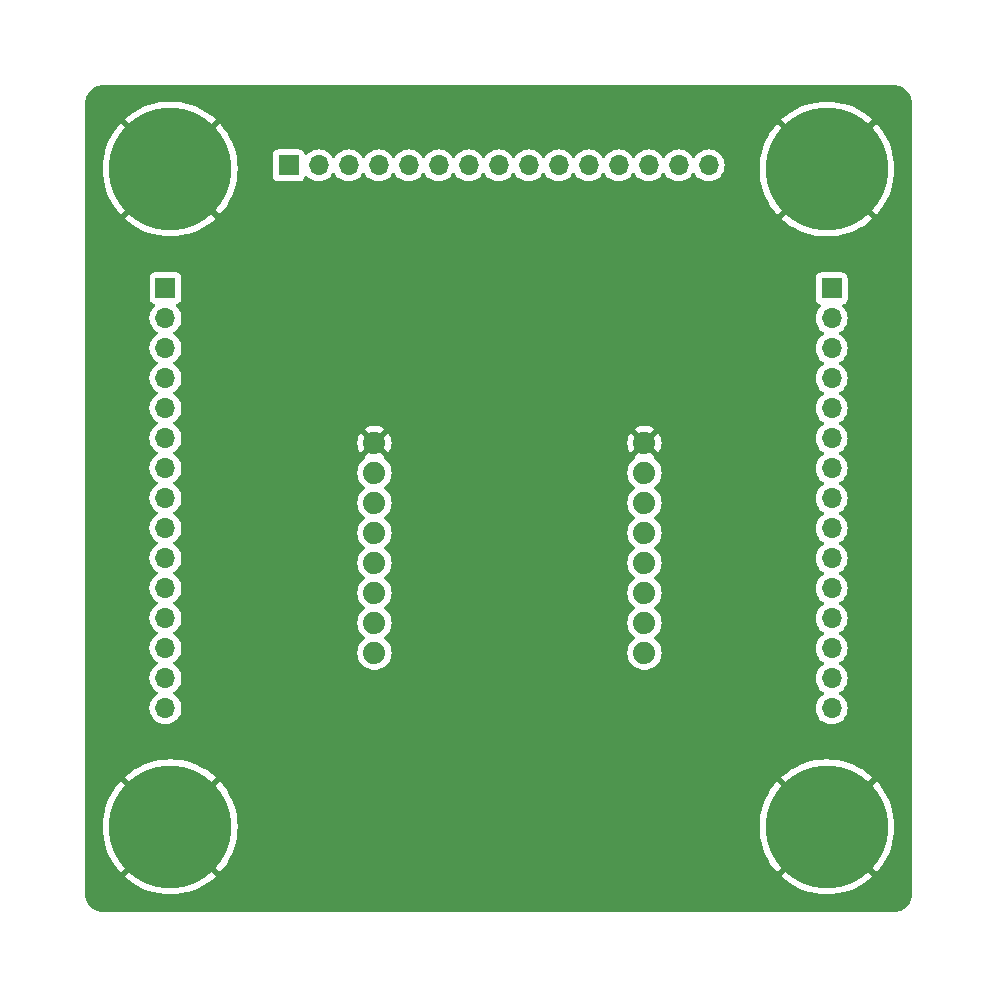
<source format=gbr>
%TF.GenerationSoftware,KiCad,Pcbnew,7.0.7*%
%TF.CreationDate,2024-04-01T01:35:54+05:30*%
%TF.ProjectId,GPS_Stack,4750535f-5374-4616-936b-2e6b69636164,rev?*%
%TF.SameCoordinates,Original*%
%TF.FileFunction,Copper,L2,Bot*%
%TF.FilePolarity,Positive*%
%FSLAX46Y46*%
G04 Gerber Fmt 4.6, Leading zero omitted, Abs format (unit mm)*
G04 Created by KiCad (PCBNEW 7.0.7) date 2024-04-01 01:35:54*
%MOMM*%
%LPD*%
G01*
G04 APERTURE LIST*
%TA.AperFunction,ComponentPad*%
%ADD10C,1.879600*%
%TD*%
%TA.AperFunction,ComponentPad*%
%ADD11R,1.700000X1.700000*%
%TD*%
%TA.AperFunction,ComponentPad*%
%ADD12O,1.700000X1.700000*%
%TD*%
%TA.AperFunction,ComponentPad*%
%ADD13C,10.400000*%
%TD*%
G04 APERTURE END LIST*
D10*
%TO.P,U1,1,GND*%
%TO.N,GND*%
X125526800Y-84582000D03*
%TO.P,U1,2,+3V3*%
%TO.N,3.3V*%
X125526800Y-87122000D03*
%TO.P,U1,3,NC*%
%TO.N,unconnected-(U1-NC-Pad3)*%
X125526800Y-89662000D03*
%TO.P,U1,4,NC*%
%TO.N,unconnected-(U1-NC-Pad4)*%
X125526800Y-92202000D03*
%TO.P,U1,5,NC*%
%TO.N,unconnected-(U1-NC-Pad5)*%
X125526800Y-94742000D03*
%TO.P,U1,6,NC*%
%TO.N,unconnected-(U1-NC-Pad6)*%
X125526800Y-97282000D03*
%TO.P,U1,7,~{RST}*%
%TO.N,unconnected-(U1-~{RST}-Pad7)*%
X125526800Y-99822000D03*
%TO.P,U1,8,NC*%
%TO.N,unconnected-(U1-NC-Pad8)*%
X125526800Y-102362000D03*
%TO.P,U1,9,GND*%
%TO.N,GND*%
X102666800Y-84582000D03*
%TO.P,U1,10,NC*%
%TO.N,unconnected-(U1-NC-Pad10)*%
X102666800Y-87122000D03*
%TO.P,U1,11,SDA*%
%TO.N,I2C1_SDA*%
X102666800Y-89662000D03*
%TO.P,U1,12,SCL*%
%TO.N,I2C1_SCL*%
X102666800Y-92202000D03*
%TO.P,U1,13,RX*%
%TO.N,unconnected-(U1-RX-Pad13)*%
X102666800Y-94742000D03*
%TO.P,U1,14,TX*%
%TO.N,unconnected-(U1-TX-Pad14)*%
X102666800Y-97282000D03*
%TO.P,U1,15,PPS*%
%TO.N,unconnected-(U1-PPS-Pad15)*%
X102666800Y-99822000D03*
%TO.P,U1,16,EXI*%
%TO.N,unconnected-(U1-EXI-Pad16)*%
X102666800Y-102362000D03*
%TD*%
D11*
%TO.P,U2,1*%
%TO.N,unconnected-(U2-Pad1)*%
X141370000Y-71509000D03*
D12*
%TO.P,U2,2*%
%TO.N,unconnected-(U2-Pad2)*%
X141370000Y-74049000D03*
%TO.P,U2,3*%
%TO.N,unconnected-(U2-Pad3)*%
X141370000Y-76589000D03*
%TO.P,U2,4*%
%TO.N,unconnected-(U2-Pad4)*%
X141370000Y-79129000D03*
%TO.P,U2,5*%
%TO.N,unconnected-(U2-Pad5)*%
X141370000Y-81669000D03*
%TO.P,U2,6*%
%TO.N,unconnected-(U2-Pad6)*%
X141370000Y-84209000D03*
%TO.P,U2,7*%
%TO.N,unconnected-(U2-Pad7)*%
X141370000Y-86749000D03*
%TO.P,U2,8*%
%TO.N,unconnected-(U2-Pad8)*%
X141370000Y-89289000D03*
%TO.P,U2,9*%
%TO.N,unconnected-(U2-Pad9)*%
X141370000Y-91829000D03*
%TO.P,U2,10*%
%TO.N,unconnected-(U2-Pad10)*%
X141370000Y-94369000D03*
%TO.P,U2,11*%
%TO.N,unconnected-(U2-Pad11)*%
X141370000Y-96909000D03*
%TO.P,U2,12*%
%TO.N,unconnected-(U2-Pad12)*%
X141370000Y-99449000D03*
%TO.P,U2,13*%
%TO.N,unconnected-(U2-Pad13)*%
X141370000Y-101989000D03*
%TO.P,U2,14*%
%TO.N,unconnected-(U2-Pad14)*%
X141370000Y-104529000D03*
%TO.P,U2,15*%
%TO.N,unconnected-(U2-Pad15)*%
X141370000Y-107069000D03*
%TO.P,U2,16*%
%TO.N,unconnected-(U2-Pad16)*%
X84970000Y-107039000D03*
%TO.P,U2,17*%
%TO.N,unconnected-(U2-Pad17)*%
X84970000Y-104499000D03*
%TO.P,U2,18*%
%TO.N,unconnected-(U2-Pad18)*%
X84970000Y-101959000D03*
%TO.P,U2,19*%
%TO.N,unconnected-(U2-Pad19)*%
X84970000Y-99419000D03*
%TO.P,U2,20*%
%TO.N,unconnected-(U2-Pad20)*%
X84970000Y-96879000D03*
%TO.P,U2,21*%
%TO.N,unconnected-(U2-Pad21)*%
X84970000Y-94339000D03*
%TO.P,U2,22*%
%TO.N,unconnected-(U2-Pad22)*%
X84970000Y-91799000D03*
%TO.P,U2,23*%
%TO.N,I2C1_SDA*%
X84970000Y-89259000D03*
%TO.P,U2,24*%
%TO.N,I2C1_SCL*%
X84970000Y-86719000D03*
%TO.P,U2,25*%
%TO.N,unconnected-(U2-Pad25)*%
X84970000Y-84179000D03*
%TO.P,U2,26*%
%TO.N,unconnected-(U2-Pad26)*%
X84970000Y-81639000D03*
%TO.P,U2,27*%
%TO.N,unconnected-(U2-Pad27)*%
X84970000Y-79099000D03*
%TO.P,U2,28*%
%TO.N,unconnected-(U2-Pad28)*%
X84970000Y-76559000D03*
%TO.P,U2,29*%
%TO.N,unconnected-(U2-Pad29)*%
X84970000Y-74019000D03*
D11*
%TO.P,U2,30*%
%TO.N,unconnected-(U2-Pad30)*%
X84970000Y-71479000D03*
%TO.P,U2,31*%
%TO.N,unconnected-(U2-Pad31)*%
X95395000Y-61094000D03*
D12*
%TO.P,U2,32*%
%TO.N,unconnected-(U2-Pad32)*%
X97935000Y-61094000D03*
%TO.P,U2,33*%
%TO.N,unconnected-(U2-Pad33)*%
X100475000Y-61094000D03*
%TO.P,U2,34*%
%TO.N,unconnected-(U2-Pad34)*%
X103015000Y-61094000D03*
%TO.P,U2,35*%
%TO.N,unconnected-(U2-Pad35)*%
X105555000Y-61094000D03*
%TO.P,U2,36*%
%TO.N,unconnected-(U2-Pad36)*%
X108095000Y-61094000D03*
%TO.P,U2,37*%
%TO.N,3.3V*%
X110635000Y-61094000D03*
%TO.P,U2,38*%
%TO.N,unconnected-(U2-Pad38)*%
X113175000Y-61094000D03*
%TO.P,U2,39*%
%TO.N,3.3V*%
X115715000Y-61094000D03*
%TO.P,U2,40*%
X118255000Y-61094000D03*
%TO.P,U2,41*%
%TO.N,unconnected-(U2-Pad41)*%
X120795000Y-61094000D03*
%TO.P,U2,42*%
%TO.N,unconnected-(U2-Pad42)*%
X123335000Y-61094000D03*
%TO.P,U2,43*%
%TO.N,unconnected-(U2-Pad43)*%
X125875000Y-61094000D03*
%TO.P,U2,44*%
%TO.N,unconnected-(U2-Pad44)*%
X128415000Y-61094000D03*
%TO.P,U2,45*%
%TO.N,unconnected-(U2-Pad45)*%
X130955000Y-61094000D03*
D13*
%TO.P,U2,49,1*%
%TO.N,GND*%
X140970000Y-117094000D03*
%TO.P,U2,50,1*%
X85370000Y-117094000D03*
%TO.P,U2,51,1*%
X85370000Y-61394000D03*
%TO.P,U2,52,1*%
X140970000Y-61409000D03*
%TD*%
%TA.AperFunction,Conductor*%
%TO.N,GND*%
G36*
X146672207Y-54294657D02*
G01*
X146739755Y-54299489D01*
X146886644Y-54311049D01*
X146894947Y-54312274D01*
X146989760Y-54332899D01*
X147106225Y-54360860D01*
X147113401Y-54363051D01*
X147209737Y-54398983D01*
X147287922Y-54431368D01*
X147315856Y-54442939D01*
X147321847Y-54445805D01*
X147412937Y-54495543D01*
X147415580Y-54497073D01*
X147510903Y-54555488D01*
X147515643Y-54558705D01*
X147599440Y-54621435D01*
X147602520Y-54623898D01*
X147686937Y-54695997D01*
X147690513Y-54699303D01*
X147764695Y-54773485D01*
X147768001Y-54777061D01*
X147840094Y-54861471D01*
X147842576Y-54864574D01*
X147905289Y-54948349D01*
X147908521Y-54953111D01*
X147966910Y-55048393D01*
X147968463Y-55051076D01*
X148018193Y-55142151D01*
X148021059Y-55148141D01*
X148065016Y-55254260D01*
X148100942Y-55350582D01*
X148103140Y-55357781D01*
X148131098Y-55474231D01*
X148151723Y-55569044D01*
X148152950Y-55577367D01*
X148164517Y-55724331D01*
X148169342Y-55791789D01*
X148169500Y-55796213D01*
X148169500Y-122791786D01*
X148169342Y-122796208D01*
X148167958Y-122815555D01*
X148164517Y-122863668D01*
X148152950Y-123010632D01*
X148151723Y-123018955D01*
X148131101Y-123113755D01*
X148103140Y-123230217D01*
X148100942Y-123237416D01*
X148065016Y-123333739D01*
X148021059Y-123439857D01*
X148018193Y-123445847D01*
X147968463Y-123536922D01*
X147966910Y-123539605D01*
X147908521Y-123634887D01*
X147905289Y-123639649D01*
X147842576Y-123723424D01*
X147840087Y-123726536D01*
X147768001Y-123810937D01*
X147764695Y-123814513D01*
X147690513Y-123888695D01*
X147686937Y-123892001D01*
X147602536Y-123964087D01*
X147599424Y-123966576D01*
X147515649Y-124029289D01*
X147510887Y-124032521D01*
X147415605Y-124090910D01*
X147412922Y-124092463D01*
X147321847Y-124142193D01*
X147315857Y-124145059D01*
X147209739Y-124189016D01*
X147113416Y-124224942D01*
X147106217Y-124227140D01*
X146989755Y-124255101D01*
X146894955Y-124275723D01*
X146886632Y-124276950D01*
X146739668Y-124288517D01*
X146691555Y-124291958D01*
X146672208Y-124293342D01*
X146667786Y-124293500D01*
X79672214Y-124293500D01*
X79667791Y-124293342D01*
X79640244Y-124291371D01*
X79600373Y-124288520D01*
X79453361Y-124276949D01*
X79445038Y-124275722D01*
X79350272Y-124255107D01*
X79233786Y-124227141D01*
X79226586Y-124224943D01*
X79130269Y-124189019D01*
X79024135Y-124145056D01*
X79018144Y-124142190D01*
X78927086Y-124092469D01*
X78924405Y-124090916D01*
X78829110Y-124032520D01*
X78824352Y-124029291D01*
X78740567Y-123966570D01*
X78737471Y-123964094D01*
X78653061Y-123892001D01*
X78649485Y-123888695D01*
X78575303Y-123814513D01*
X78571997Y-123810937D01*
X78499898Y-123726520D01*
X78497435Y-123723440D01*
X78434701Y-123639638D01*
X78431487Y-123634901D01*
X78373079Y-123539588D01*
X78371535Y-123536922D01*
X78321802Y-123445841D01*
X78318942Y-123439863D01*
X78274980Y-123333730D01*
X78269751Y-123319710D01*
X78239052Y-123237404D01*
X78236859Y-123230217D01*
X78208900Y-123113764D01*
X78188275Y-123018953D01*
X78187051Y-123010651D01*
X78175480Y-122863627D01*
X78175131Y-122858755D01*
X78170655Y-122796178D01*
X78170499Y-122791815D01*
X78170499Y-117094000D01*
X79665127Y-117094000D01*
X79684612Y-117565109D01*
X79742933Y-118032989D01*
X79742934Y-118032989D01*
X79839694Y-118494459D01*
X79974232Y-118946365D01*
X80145626Y-119385615D01*
X80145626Y-119385616D01*
X80352714Y-119809220D01*
X80352715Y-119809221D01*
X80594069Y-120214266D01*
X80594068Y-120214265D01*
X80868050Y-120598001D01*
X81163549Y-120946895D01*
X82136382Y-119974062D01*
X82197705Y-119940577D01*
X82267396Y-119945561D01*
X82315941Y-119978470D01*
X82396569Y-120067430D01*
X82485528Y-120148057D01*
X82521982Y-120207663D01*
X82520423Y-120277515D01*
X82489936Y-120327616D01*
X81517103Y-121300449D01*
X81517103Y-121300450D01*
X81865999Y-121595950D01*
X82249735Y-121869932D01*
X82249734Y-121869931D01*
X82654779Y-122111285D01*
X82654780Y-122111286D01*
X83078384Y-122318374D01*
X83078385Y-122318374D01*
X83517635Y-122489768D01*
X83969541Y-122624306D01*
X84431011Y-122721066D01*
X84431011Y-122721067D01*
X84898891Y-122779388D01*
X85370000Y-122798873D01*
X85841109Y-122779388D01*
X86308989Y-122721067D01*
X86308989Y-122721066D01*
X86770459Y-122624306D01*
X87222365Y-122489768D01*
X87661615Y-122318374D01*
X87661616Y-122318374D01*
X88085220Y-122111286D01*
X88085221Y-122111285D01*
X88490266Y-121869931D01*
X88490265Y-121869932D01*
X88874001Y-121595950D01*
X89222895Y-121300450D01*
X89222895Y-121300449D01*
X88250062Y-120327616D01*
X88216577Y-120266293D01*
X88221561Y-120196601D01*
X88254468Y-120148060D01*
X88343430Y-120067430D01*
X88424059Y-119978468D01*
X88483662Y-119942017D01*
X88553514Y-119943574D01*
X88603616Y-119974062D01*
X89576449Y-120946895D01*
X89576450Y-120946895D01*
X89871950Y-120598001D01*
X90145932Y-120214265D01*
X90145931Y-120214266D01*
X90387285Y-119809221D01*
X90387286Y-119809220D01*
X90594374Y-119385616D01*
X90594374Y-119385615D01*
X90765768Y-118946365D01*
X90900306Y-118494459D01*
X90997066Y-118032989D01*
X90997067Y-118032989D01*
X91055388Y-117565109D01*
X91074873Y-117094000D01*
X135265127Y-117094000D01*
X135284612Y-117565109D01*
X135342933Y-118032989D01*
X135342934Y-118032989D01*
X135439694Y-118494459D01*
X135574232Y-118946365D01*
X135745626Y-119385615D01*
X135745626Y-119385616D01*
X135952714Y-119809220D01*
X135952715Y-119809221D01*
X136194069Y-120214266D01*
X136194068Y-120214265D01*
X136468050Y-120598001D01*
X136763549Y-120946895D01*
X137736382Y-119974062D01*
X137797705Y-119940577D01*
X137867396Y-119945561D01*
X137915941Y-119978470D01*
X137996569Y-120067430D01*
X138085528Y-120148057D01*
X138121982Y-120207663D01*
X138120423Y-120277515D01*
X138089936Y-120327616D01*
X137117103Y-121300449D01*
X137117103Y-121300450D01*
X137465999Y-121595950D01*
X137849735Y-121869932D01*
X137849734Y-121869931D01*
X138254779Y-122111285D01*
X138254780Y-122111286D01*
X138678384Y-122318374D01*
X138678385Y-122318374D01*
X139117635Y-122489768D01*
X139569541Y-122624306D01*
X140031011Y-122721066D01*
X140031011Y-122721067D01*
X140498891Y-122779388D01*
X140970000Y-122798873D01*
X141441109Y-122779388D01*
X141908989Y-122721067D01*
X141908989Y-122721066D01*
X142370459Y-122624306D01*
X142822365Y-122489768D01*
X143261615Y-122318374D01*
X143261616Y-122318374D01*
X143685220Y-122111286D01*
X143685221Y-122111285D01*
X144090266Y-121869931D01*
X144090265Y-121869932D01*
X144474001Y-121595950D01*
X144822895Y-121300450D01*
X144822895Y-121300449D01*
X143850062Y-120327616D01*
X143816577Y-120266293D01*
X143821561Y-120196601D01*
X143854468Y-120148060D01*
X143943430Y-120067430D01*
X144024059Y-119978468D01*
X144083662Y-119942017D01*
X144153514Y-119943574D01*
X144203616Y-119974062D01*
X145176449Y-120946895D01*
X145176450Y-120946895D01*
X145471950Y-120598001D01*
X145745932Y-120214265D01*
X145745931Y-120214266D01*
X145987285Y-119809221D01*
X145987286Y-119809220D01*
X146194374Y-119385616D01*
X146194374Y-119385615D01*
X146365768Y-118946365D01*
X146500306Y-118494459D01*
X146597066Y-118032989D01*
X146597067Y-118032989D01*
X146655388Y-117565109D01*
X146674873Y-117094000D01*
X146655388Y-116622891D01*
X146597067Y-116155011D01*
X146597066Y-116155011D01*
X146500306Y-115693541D01*
X146365768Y-115241635D01*
X146194374Y-114802385D01*
X146194374Y-114802384D01*
X145987286Y-114378780D01*
X145987285Y-114378779D01*
X145745931Y-113973734D01*
X145745932Y-113973735D01*
X145471950Y-113589999D01*
X145176450Y-113241103D01*
X145176449Y-113241103D01*
X144203616Y-114213936D01*
X144142293Y-114247421D01*
X144072601Y-114242437D01*
X144024057Y-114209528D01*
X143943430Y-114120569D01*
X143854470Y-114039941D01*
X143818016Y-113980335D01*
X143819575Y-113910483D01*
X143850062Y-113860382D01*
X144822895Y-112887549D01*
X144474001Y-112592050D01*
X144090265Y-112318068D01*
X144090266Y-112318069D01*
X143685221Y-112076715D01*
X143685220Y-112076714D01*
X143261616Y-111869626D01*
X143261615Y-111869626D01*
X142822365Y-111698232D01*
X142370459Y-111563694D01*
X141908989Y-111466934D01*
X141908989Y-111466933D01*
X141441109Y-111408612D01*
X140970000Y-111389127D01*
X140498891Y-111408612D01*
X140031011Y-111466933D01*
X140031011Y-111466934D01*
X139569541Y-111563694D01*
X139117635Y-111698232D01*
X138678385Y-111869626D01*
X138678384Y-111869626D01*
X138254780Y-112076714D01*
X138254779Y-112076715D01*
X137849734Y-112318069D01*
X137849735Y-112318068D01*
X137465999Y-112592050D01*
X137117103Y-112887549D01*
X138089936Y-113860382D01*
X138123421Y-113921705D01*
X138118437Y-113991397D01*
X138085529Y-114039940D01*
X137996569Y-114120569D01*
X137915940Y-114209529D01*
X137856334Y-114245982D01*
X137786481Y-114244423D01*
X137736382Y-114213936D01*
X136763549Y-113241103D01*
X136468050Y-113589999D01*
X136194068Y-113973735D01*
X136194069Y-113973734D01*
X135952715Y-114378779D01*
X135952714Y-114378780D01*
X135745626Y-114802384D01*
X135745626Y-114802385D01*
X135574232Y-115241635D01*
X135439694Y-115693541D01*
X135342934Y-116155011D01*
X135342933Y-116155011D01*
X135284612Y-116622891D01*
X135265127Y-117094000D01*
X91074873Y-117094000D01*
X91055388Y-116622891D01*
X90997067Y-116155011D01*
X90997066Y-116155011D01*
X90900306Y-115693541D01*
X90765768Y-115241635D01*
X90594374Y-114802385D01*
X90594374Y-114802384D01*
X90387286Y-114378780D01*
X90387285Y-114378779D01*
X90145931Y-113973734D01*
X90145932Y-113973735D01*
X89871950Y-113589999D01*
X89576450Y-113241103D01*
X89576449Y-113241103D01*
X88603616Y-114213936D01*
X88542293Y-114247421D01*
X88472601Y-114242437D01*
X88424057Y-114209528D01*
X88343430Y-114120569D01*
X88254470Y-114039941D01*
X88218016Y-113980335D01*
X88219575Y-113910483D01*
X88250062Y-113860382D01*
X89222895Y-112887549D01*
X88874001Y-112592050D01*
X88490265Y-112318068D01*
X88490266Y-112318069D01*
X88085221Y-112076715D01*
X88085220Y-112076714D01*
X87661616Y-111869626D01*
X87661615Y-111869626D01*
X87222365Y-111698232D01*
X86770459Y-111563694D01*
X86308989Y-111466934D01*
X86308989Y-111466933D01*
X85841109Y-111408612D01*
X85370000Y-111389127D01*
X84898891Y-111408612D01*
X84431011Y-111466933D01*
X84431011Y-111466934D01*
X83969541Y-111563694D01*
X83517635Y-111698232D01*
X83078385Y-111869626D01*
X83078384Y-111869626D01*
X82654780Y-112076714D01*
X82654779Y-112076715D01*
X82249734Y-112318069D01*
X82249735Y-112318068D01*
X81865999Y-112592050D01*
X81517103Y-112887549D01*
X82489936Y-113860382D01*
X82523421Y-113921705D01*
X82518437Y-113991397D01*
X82485529Y-114039940D01*
X82396569Y-114120569D01*
X82315940Y-114209529D01*
X82256334Y-114245982D01*
X82186481Y-114244423D01*
X82136382Y-114213936D01*
X81163549Y-113241103D01*
X80868050Y-113589999D01*
X80594068Y-113973735D01*
X80594069Y-113973734D01*
X80352715Y-114378779D01*
X80352714Y-114378780D01*
X80145626Y-114802384D01*
X80145626Y-114802385D01*
X79974232Y-115241635D01*
X79839694Y-115693541D01*
X79742934Y-116155011D01*
X79742933Y-116155011D01*
X79684612Y-116622891D01*
X79665127Y-117094000D01*
X78170499Y-117094000D01*
X78170499Y-107039000D01*
X83614341Y-107039000D01*
X83634936Y-107274403D01*
X83634938Y-107274413D01*
X83696094Y-107502655D01*
X83696096Y-107502659D01*
X83696097Y-107502663D01*
X83710087Y-107532664D01*
X83795965Y-107716830D01*
X83795967Y-107716834D01*
X83904281Y-107871521D01*
X83931505Y-107910401D01*
X84098599Y-108077495D01*
X84141448Y-108107498D01*
X84292165Y-108213032D01*
X84292167Y-108213033D01*
X84292170Y-108213035D01*
X84506337Y-108312903D01*
X84734592Y-108374063D01*
X84922918Y-108390539D01*
X84969999Y-108394659D01*
X84970000Y-108394659D01*
X84970001Y-108394659D01*
X85009234Y-108391226D01*
X85205408Y-108374063D01*
X85433663Y-108312903D01*
X85647830Y-108213035D01*
X85841401Y-108077495D01*
X86008495Y-107910401D01*
X86144035Y-107716830D01*
X86243903Y-107502663D01*
X86305063Y-107274408D01*
X86323034Y-107069000D01*
X140014341Y-107069000D01*
X140034936Y-107304403D01*
X140034938Y-107304413D01*
X140096094Y-107532655D01*
X140096096Y-107532659D01*
X140096097Y-107532663D01*
X140181976Y-107716830D01*
X140195965Y-107746830D01*
X140195967Y-107746834D01*
X140304281Y-107901521D01*
X140331505Y-107940401D01*
X140498599Y-108107495D01*
X140595384Y-108175265D01*
X140692165Y-108243032D01*
X140692167Y-108243033D01*
X140692170Y-108243035D01*
X140906337Y-108342903D01*
X141134592Y-108404063D01*
X141322918Y-108420539D01*
X141369999Y-108424659D01*
X141370000Y-108424659D01*
X141370001Y-108424659D01*
X141409234Y-108421226D01*
X141605408Y-108404063D01*
X141833663Y-108342903D01*
X142047830Y-108243035D01*
X142241401Y-108107495D01*
X142408495Y-107940401D01*
X142544035Y-107746830D01*
X142643903Y-107532663D01*
X142705063Y-107304408D01*
X142725659Y-107069000D01*
X142705063Y-106833592D01*
X142643903Y-106605337D01*
X142544035Y-106391171D01*
X142523028Y-106361169D01*
X142408494Y-106197597D01*
X142241402Y-106030506D01*
X142241396Y-106030501D01*
X142055842Y-105900575D01*
X142012217Y-105845998D01*
X142005023Y-105776500D01*
X142036546Y-105714145D01*
X142055842Y-105697425D01*
X142098686Y-105667425D01*
X142241401Y-105567495D01*
X142408495Y-105400401D01*
X142544035Y-105206830D01*
X142643903Y-104992663D01*
X142705063Y-104764408D01*
X142725659Y-104529000D01*
X142705063Y-104293592D01*
X142643903Y-104065337D01*
X142544035Y-103851171D01*
X142523028Y-103821169D01*
X142408494Y-103657597D01*
X142241402Y-103490506D01*
X142241396Y-103490501D01*
X142055842Y-103360575D01*
X142012217Y-103305998D01*
X142005023Y-103236500D01*
X142036546Y-103174145D01*
X142055842Y-103157425D01*
X142209466Y-103049856D01*
X142241401Y-103027495D01*
X142408495Y-102860401D01*
X142544035Y-102666830D01*
X142643903Y-102452663D01*
X142705063Y-102224408D01*
X142725659Y-101989000D01*
X142705063Y-101753592D01*
X142643903Y-101525337D01*
X142544035Y-101311171D01*
X142535307Y-101298705D01*
X142408494Y-101117597D01*
X142241402Y-100950506D01*
X142241396Y-100950501D01*
X142055842Y-100820575D01*
X142012217Y-100765998D01*
X142005023Y-100696500D01*
X142036546Y-100634145D01*
X142055842Y-100617425D01*
X142209466Y-100509856D01*
X142241401Y-100487495D01*
X142408495Y-100320401D01*
X142544035Y-100126830D01*
X142643903Y-99912663D01*
X142705063Y-99684408D01*
X142725659Y-99449000D01*
X142705063Y-99213592D01*
X142643903Y-98985337D01*
X142544035Y-98771171D01*
X142535307Y-98758705D01*
X142408494Y-98577597D01*
X142241402Y-98410506D01*
X142241396Y-98410501D01*
X142055842Y-98280575D01*
X142012217Y-98225998D01*
X142005023Y-98156500D01*
X142036546Y-98094145D01*
X142055842Y-98077425D01*
X142209466Y-97969856D01*
X142241401Y-97947495D01*
X142408495Y-97780401D01*
X142544035Y-97586830D01*
X142643903Y-97372663D01*
X142705063Y-97144408D01*
X142725659Y-96909000D01*
X142705063Y-96673592D01*
X142643903Y-96445337D01*
X142544035Y-96231171D01*
X142535307Y-96218705D01*
X142408494Y-96037597D01*
X142241402Y-95870506D01*
X142241396Y-95870501D01*
X142055842Y-95740575D01*
X142012217Y-95685998D01*
X142005023Y-95616500D01*
X142036546Y-95554145D01*
X142055842Y-95537425D01*
X142209466Y-95429856D01*
X142241401Y-95407495D01*
X142408495Y-95240401D01*
X142544035Y-95046830D01*
X142643903Y-94832663D01*
X142705063Y-94604408D01*
X142725659Y-94369000D01*
X142705063Y-94133592D01*
X142643903Y-93905337D01*
X142544035Y-93691171D01*
X142535307Y-93678705D01*
X142408494Y-93497597D01*
X142241402Y-93330506D01*
X142241396Y-93330501D01*
X142055842Y-93200575D01*
X142012217Y-93145998D01*
X142005023Y-93076500D01*
X142036546Y-93014145D01*
X142055842Y-92997425D01*
X142209466Y-92889856D01*
X142241401Y-92867495D01*
X142408495Y-92700401D01*
X142544035Y-92506830D01*
X142643903Y-92292663D01*
X142705063Y-92064408D01*
X142725659Y-91829000D01*
X142705063Y-91593592D01*
X142643903Y-91365337D01*
X142544035Y-91151171D01*
X142535307Y-91138705D01*
X142408494Y-90957597D01*
X142241402Y-90790506D01*
X142241396Y-90790501D01*
X142055842Y-90660575D01*
X142012217Y-90605998D01*
X142005023Y-90536500D01*
X142036546Y-90474145D01*
X142055842Y-90457425D01*
X142209466Y-90349856D01*
X142241401Y-90327495D01*
X142408495Y-90160401D01*
X142544035Y-89966830D01*
X142643903Y-89752663D01*
X142705063Y-89524408D01*
X142725659Y-89289000D01*
X142705063Y-89053592D01*
X142643903Y-88825337D01*
X142544035Y-88611171D01*
X142535307Y-88598705D01*
X142408494Y-88417597D01*
X142241402Y-88250506D01*
X142241396Y-88250501D01*
X142055842Y-88120575D01*
X142012217Y-88065998D01*
X142005023Y-87996500D01*
X142036546Y-87934145D01*
X142055842Y-87917425D01*
X142209466Y-87809856D01*
X142241401Y-87787495D01*
X142408495Y-87620401D01*
X142544035Y-87426830D01*
X142643903Y-87212663D01*
X142705063Y-86984408D01*
X142725659Y-86749000D01*
X142705063Y-86513592D01*
X142643903Y-86285337D01*
X142544035Y-86071171D01*
X142535307Y-86058705D01*
X142408494Y-85877597D01*
X142241402Y-85710506D01*
X142241396Y-85710501D01*
X142055842Y-85580575D01*
X142012217Y-85525998D01*
X142005023Y-85456500D01*
X142036546Y-85394145D01*
X142055842Y-85377425D01*
X142180129Y-85290398D01*
X142241401Y-85247495D01*
X142408495Y-85080401D01*
X142544035Y-84886830D01*
X142643903Y-84672663D01*
X142705063Y-84444408D01*
X142725659Y-84209000D01*
X142722598Y-84174019D01*
X142712990Y-84064196D01*
X142705063Y-83973592D01*
X142643903Y-83745337D01*
X142544035Y-83531171D01*
X142523028Y-83501169D01*
X142408494Y-83337597D01*
X142241402Y-83170506D01*
X142241396Y-83170501D01*
X142055842Y-83040575D01*
X142012217Y-82985998D01*
X142005023Y-82916500D01*
X142036546Y-82854145D01*
X142055842Y-82837425D01*
X142098686Y-82807425D01*
X142241401Y-82707495D01*
X142408495Y-82540401D01*
X142544035Y-82346830D01*
X142643903Y-82132663D01*
X142705063Y-81904408D01*
X142725659Y-81669000D01*
X142705063Y-81433592D01*
X142643903Y-81205337D01*
X142544035Y-80991171D01*
X142523028Y-80961169D01*
X142408494Y-80797597D01*
X142241402Y-80630506D01*
X142241396Y-80630501D01*
X142055842Y-80500575D01*
X142012217Y-80445998D01*
X142005023Y-80376500D01*
X142036546Y-80314145D01*
X142055842Y-80297425D01*
X142098686Y-80267425D01*
X142241401Y-80167495D01*
X142408495Y-80000401D01*
X142544035Y-79806830D01*
X142643903Y-79592663D01*
X142705063Y-79364408D01*
X142725659Y-79129000D01*
X142705063Y-78893592D01*
X142643903Y-78665337D01*
X142544035Y-78451171D01*
X142523028Y-78421169D01*
X142408494Y-78257597D01*
X142241402Y-78090506D01*
X142241396Y-78090501D01*
X142055842Y-77960575D01*
X142012217Y-77905998D01*
X142005023Y-77836500D01*
X142036546Y-77774145D01*
X142055842Y-77757425D01*
X142098686Y-77727425D01*
X142241401Y-77627495D01*
X142408495Y-77460401D01*
X142544035Y-77266830D01*
X142643903Y-77052663D01*
X142705063Y-76824408D01*
X142725659Y-76589000D01*
X142705063Y-76353592D01*
X142643903Y-76125337D01*
X142544035Y-75911171D01*
X142523028Y-75881169D01*
X142408494Y-75717597D01*
X142241402Y-75550506D01*
X142241396Y-75550501D01*
X142055842Y-75420575D01*
X142012217Y-75365998D01*
X142005023Y-75296500D01*
X142036546Y-75234145D01*
X142055842Y-75217425D01*
X142098686Y-75187425D01*
X142241401Y-75087495D01*
X142408495Y-74920401D01*
X142544035Y-74726830D01*
X142643903Y-74512663D01*
X142705063Y-74284408D01*
X142725659Y-74049000D01*
X142705063Y-73813592D01*
X142643903Y-73585337D01*
X142544035Y-73371171D01*
X142523027Y-73341169D01*
X142408496Y-73177600D01*
X142378495Y-73147599D01*
X142286567Y-73055671D01*
X142253084Y-72994351D01*
X142258068Y-72924659D01*
X142299939Y-72868725D01*
X142330915Y-72851810D01*
X142462331Y-72802796D01*
X142577546Y-72716546D01*
X142663796Y-72601331D01*
X142714091Y-72466483D01*
X142720500Y-72406873D01*
X142720499Y-70611128D01*
X142714091Y-70551517D01*
X142702901Y-70521516D01*
X142663797Y-70416671D01*
X142663793Y-70416664D01*
X142577547Y-70301455D01*
X142577544Y-70301452D01*
X142462335Y-70215206D01*
X142462328Y-70215202D01*
X142327482Y-70164908D01*
X142327483Y-70164908D01*
X142267883Y-70158501D01*
X142267881Y-70158500D01*
X142267873Y-70158500D01*
X142267864Y-70158500D01*
X140472129Y-70158500D01*
X140472123Y-70158501D01*
X140412516Y-70164908D01*
X140277671Y-70215202D01*
X140277664Y-70215206D01*
X140162455Y-70301452D01*
X140162452Y-70301455D01*
X140076206Y-70416664D01*
X140076202Y-70416671D01*
X140025908Y-70551517D01*
X140019501Y-70611116D01*
X140019501Y-70611123D01*
X140019500Y-70611135D01*
X140019500Y-72406870D01*
X140019501Y-72406876D01*
X140025908Y-72466483D01*
X140076202Y-72601328D01*
X140076206Y-72601335D01*
X140162452Y-72716544D01*
X140162455Y-72716547D01*
X140277664Y-72802793D01*
X140277671Y-72802797D01*
X140409081Y-72851810D01*
X140465015Y-72893681D01*
X140489432Y-72959145D01*
X140474580Y-73027418D01*
X140453430Y-73055673D01*
X140331503Y-73177600D01*
X140195965Y-73371169D01*
X140195964Y-73371171D01*
X140096098Y-73585335D01*
X140096094Y-73585344D01*
X140034938Y-73813586D01*
X140034936Y-73813596D01*
X140014341Y-74048999D01*
X140014341Y-74049000D01*
X140034936Y-74284403D01*
X140034938Y-74284413D01*
X140096094Y-74512655D01*
X140096096Y-74512659D01*
X140096097Y-74512663D01*
X140181976Y-74696830D01*
X140195965Y-74726830D01*
X140195967Y-74726834D01*
X140304281Y-74881521D01*
X140310499Y-74890402D01*
X140331501Y-74920395D01*
X140331506Y-74920402D01*
X140498597Y-75087493D01*
X140498603Y-75087498D01*
X140684158Y-75217425D01*
X140727783Y-75272002D01*
X140734977Y-75341500D01*
X140703454Y-75403855D01*
X140684158Y-75420575D01*
X140498597Y-75550505D01*
X140331505Y-75717597D01*
X140195965Y-75911169D01*
X140195964Y-75911171D01*
X140096098Y-76125335D01*
X140096094Y-76125344D01*
X140034938Y-76353586D01*
X140034936Y-76353596D01*
X140014341Y-76588999D01*
X140014341Y-76589000D01*
X140034936Y-76824403D01*
X140034938Y-76824413D01*
X140096094Y-77052655D01*
X140096096Y-77052659D01*
X140096097Y-77052663D01*
X140181976Y-77236830D01*
X140195965Y-77266830D01*
X140195967Y-77266834D01*
X140304281Y-77421521D01*
X140310499Y-77430402D01*
X140331501Y-77460395D01*
X140331506Y-77460402D01*
X140498597Y-77627493D01*
X140498603Y-77627498D01*
X140684158Y-77757425D01*
X140727783Y-77812002D01*
X140734977Y-77881500D01*
X140703454Y-77943855D01*
X140684158Y-77960575D01*
X140498597Y-78090505D01*
X140331505Y-78257597D01*
X140195965Y-78451169D01*
X140195964Y-78451171D01*
X140096098Y-78665335D01*
X140096094Y-78665344D01*
X140034938Y-78893586D01*
X140034936Y-78893596D01*
X140014341Y-79128999D01*
X140014341Y-79129000D01*
X140034936Y-79364403D01*
X140034938Y-79364413D01*
X140096094Y-79592655D01*
X140096096Y-79592659D01*
X140096097Y-79592663D01*
X140181976Y-79776830D01*
X140195965Y-79806830D01*
X140195967Y-79806834D01*
X140304281Y-79961521D01*
X140310499Y-79970402D01*
X140331501Y-80000395D01*
X140331506Y-80000402D01*
X140498597Y-80167493D01*
X140498603Y-80167498D01*
X140684158Y-80297425D01*
X140727783Y-80352002D01*
X140734977Y-80421500D01*
X140703454Y-80483855D01*
X140684158Y-80500575D01*
X140498597Y-80630505D01*
X140331505Y-80797597D01*
X140195965Y-80991169D01*
X140195964Y-80991171D01*
X140096098Y-81205335D01*
X140096094Y-81205344D01*
X140034938Y-81433586D01*
X140034936Y-81433596D01*
X140014341Y-81668999D01*
X140014341Y-81669000D01*
X140034936Y-81904403D01*
X140034938Y-81904413D01*
X140096094Y-82132655D01*
X140096096Y-82132659D01*
X140096097Y-82132663D01*
X140181976Y-82316830D01*
X140195965Y-82346830D01*
X140195967Y-82346834D01*
X140304281Y-82501521D01*
X140310499Y-82510402D01*
X140331501Y-82540395D01*
X140331506Y-82540402D01*
X140498597Y-82707493D01*
X140498603Y-82707498D01*
X140684158Y-82837425D01*
X140727783Y-82892002D01*
X140734977Y-82961500D01*
X140703454Y-83023855D01*
X140684158Y-83040575D01*
X140498597Y-83170505D01*
X140331505Y-83337597D01*
X140195965Y-83531169D01*
X140195964Y-83531171D01*
X140096098Y-83745335D01*
X140096094Y-83745344D01*
X140034938Y-83973586D01*
X140034936Y-83973596D01*
X140014341Y-84208999D01*
X140014341Y-84209000D01*
X140034936Y-84444403D01*
X140034938Y-84444413D01*
X140096094Y-84672655D01*
X140096096Y-84672659D01*
X140096097Y-84672663D01*
X140180898Y-84854519D01*
X140195965Y-84886830D01*
X140195967Y-84886834D01*
X140268192Y-84989981D01*
X140310499Y-85050402D01*
X140331501Y-85080395D01*
X140331506Y-85080402D01*
X140498597Y-85247493D01*
X140498603Y-85247498D01*
X140684158Y-85377425D01*
X140727783Y-85432002D01*
X140734977Y-85501500D01*
X140703454Y-85563855D01*
X140684158Y-85580575D01*
X140498597Y-85710505D01*
X140331505Y-85877597D01*
X140195965Y-86071169D01*
X140195964Y-86071171D01*
X140096098Y-86285335D01*
X140096094Y-86285344D01*
X140034938Y-86513586D01*
X140034936Y-86513596D01*
X140014341Y-86748999D01*
X140014341Y-86749000D01*
X140034936Y-86984403D01*
X140034938Y-86984413D01*
X140096094Y-87212655D01*
X140096096Y-87212659D01*
X140096097Y-87212663D01*
X140164745Y-87359878D01*
X140195965Y-87426830D01*
X140195967Y-87426834D01*
X140304281Y-87581521D01*
X140310499Y-87590402D01*
X140331501Y-87620395D01*
X140331506Y-87620402D01*
X140498597Y-87787493D01*
X140498603Y-87787498D01*
X140684158Y-87917425D01*
X140727783Y-87972002D01*
X140734977Y-88041500D01*
X140703454Y-88103855D01*
X140684158Y-88120575D01*
X140498597Y-88250505D01*
X140331505Y-88417597D01*
X140195965Y-88611169D01*
X140195964Y-88611171D01*
X140096098Y-88825335D01*
X140096094Y-88825344D01*
X140034938Y-89053586D01*
X140034936Y-89053596D01*
X140014341Y-89288999D01*
X140014341Y-89289000D01*
X140034936Y-89524403D01*
X140034938Y-89524413D01*
X140096094Y-89752655D01*
X140096096Y-89752659D01*
X140096097Y-89752663D01*
X140164745Y-89899878D01*
X140195965Y-89966830D01*
X140195967Y-89966834D01*
X140304281Y-90121521D01*
X140310499Y-90130402D01*
X140331501Y-90160395D01*
X140331506Y-90160402D01*
X140498597Y-90327493D01*
X140498603Y-90327498D01*
X140684158Y-90457425D01*
X140727783Y-90512002D01*
X140734977Y-90581500D01*
X140703454Y-90643855D01*
X140684158Y-90660575D01*
X140498597Y-90790505D01*
X140331505Y-90957597D01*
X140195965Y-91151169D01*
X140195964Y-91151171D01*
X140096098Y-91365335D01*
X140096094Y-91365344D01*
X140034938Y-91593586D01*
X140034936Y-91593596D01*
X140014341Y-91828999D01*
X140014341Y-91829000D01*
X140034936Y-92064403D01*
X140034938Y-92064413D01*
X140096094Y-92292655D01*
X140096096Y-92292659D01*
X140096097Y-92292663D01*
X140164745Y-92439878D01*
X140195965Y-92506830D01*
X140195967Y-92506834D01*
X140304281Y-92661521D01*
X140310499Y-92670402D01*
X140331501Y-92700395D01*
X140331506Y-92700402D01*
X140498597Y-92867493D01*
X140498603Y-92867498D01*
X140684158Y-92997425D01*
X140727783Y-93052002D01*
X140734977Y-93121500D01*
X140703454Y-93183855D01*
X140684158Y-93200575D01*
X140498597Y-93330505D01*
X140331505Y-93497597D01*
X140195965Y-93691169D01*
X140195964Y-93691171D01*
X140096098Y-93905335D01*
X140096094Y-93905344D01*
X140034938Y-94133586D01*
X140034936Y-94133596D01*
X140014341Y-94368999D01*
X140014341Y-94369000D01*
X140034936Y-94604403D01*
X140034938Y-94604413D01*
X140096094Y-94832655D01*
X140096096Y-94832659D01*
X140096097Y-94832663D01*
X140164745Y-94979878D01*
X140195965Y-95046830D01*
X140195967Y-95046834D01*
X140304281Y-95201521D01*
X140310499Y-95210402D01*
X140331501Y-95240395D01*
X140331506Y-95240402D01*
X140498597Y-95407493D01*
X140498603Y-95407498D01*
X140684158Y-95537425D01*
X140727783Y-95592002D01*
X140734977Y-95661500D01*
X140703454Y-95723855D01*
X140684158Y-95740575D01*
X140498597Y-95870505D01*
X140331505Y-96037597D01*
X140195965Y-96231169D01*
X140195964Y-96231171D01*
X140096098Y-96445335D01*
X140096094Y-96445344D01*
X140034938Y-96673586D01*
X140034936Y-96673596D01*
X140014341Y-96908999D01*
X140014341Y-96909000D01*
X140034936Y-97144403D01*
X140034938Y-97144413D01*
X140096094Y-97372655D01*
X140096096Y-97372659D01*
X140096097Y-97372663D01*
X140164745Y-97519878D01*
X140195965Y-97586830D01*
X140195967Y-97586834D01*
X140304281Y-97741521D01*
X140310499Y-97750402D01*
X140331501Y-97780395D01*
X140331506Y-97780402D01*
X140498597Y-97947493D01*
X140498603Y-97947498D01*
X140684158Y-98077425D01*
X140727783Y-98132002D01*
X140734977Y-98201500D01*
X140703454Y-98263855D01*
X140684158Y-98280575D01*
X140498597Y-98410505D01*
X140331505Y-98577597D01*
X140195965Y-98771169D01*
X140195964Y-98771171D01*
X140096098Y-98985335D01*
X140096094Y-98985344D01*
X140034938Y-99213586D01*
X140034936Y-99213596D01*
X140014341Y-99448999D01*
X140014341Y-99449000D01*
X140034936Y-99684403D01*
X140034938Y-99684413D01*
X140096094Y-99912655D01*
X140096096Y-99912659D01*
X140096097Y-99912663D01*
X140164745Y-100059878D01*
X140195965Y-100126830D01*
X140195967Y-100126834D01*
X140304281Y-100281521D01*
X140310499Y-100290402D01*
X140331501Y-100320395D01*
X140331506Y-100320402D01*
X140498597Y-100487493D01*
X140498603Y-100487498D01*
X140684158Y-100617425D01*
X140727783Y-100672002D01*
X140734977Y-100741500D01*
X140703454Y-100803855D01*
X140684158Y-100820575D01*
X140498597Y-100950505D01*
X140331505Y-101117597D01*
X140195965Y-101311169D01*
X140195964Y-101311171D01*
X140096098Y-101525335D01*
X140096094Y-101525344D01*
X140034938Y-101753586D01*
X140034936Y-101753596D01*
X140014341Y-101988999D01*
X140014341Y-101989000D01*
X140034936Y-102224403D01*
X140034938Y-102224413D01*
X140096094Y-102452655D01*
X140096096Y-102452659D01*
X140096097Y-102452663D01*
X140164745Y-102599878D01*
X140195965Y-102666830D01*
X140195967Y-102666834D01*
X140304281Y-102821521D01*
X140310499Y-102830402D01*
X140331501Y-102860395D01*
X140331506Y-102860402D01*
X140498597Y-103027493D01*
X140498603Y-103027498D01*
X140684158Y-103157425D01*
X140727783Y-103212002D01*
X140734977Y-103281500D01*
X140703454Y-103343855D01*
X140684158Y-103360575D01*
X140498597Y-103490505D01*
X140331505Y-103657597D01*
X140195965Y-103851169D01*
X140195964Y-103851171D01*
X140096098Y-104065335D01*
X140096094Y-104065344D01*
X140034938Y-104293586D01*
X140034936Y-104293596D01*
X140014341Y-104528999D01*
X140014341Y-104529000D01*
X140034936Y-104764403D01*
X140034938Y-104764413D01*
X140096094Y-104992655D01*
X140096096Y-104992659D01*
X140096097Y-104992663D01*
X140181976Y-105176830D01*
X140195965Y-105206830D01*
X140195967Y-105206834D01*
X140304281Y-105361521D01*
X140310499Y-105370402D01*
X140331501Y-105400395D01*
X140331506Y-105400402D01*
X140498597Y-105567493D01*
X140498603Y-105567498D01*
X140684158Y-105697425D01*
X140727783Y-105752002D01*
X140734977Y-105821500D01*
X140703454Y-105883855D01*
X140684158Y-105900575D01*
X140498597Y-106030505D01*
X140331505Y-106197597D01*
X140195965Y-106391169D01*
X140195964Y-106391171D01*
X140096098Y-106605335D01*
X140096094Y-106605344D01*
X140034938Y-106833586D01*
X140034936Y-106833596D01*
X140014341Y-107068999D01*
X140014341Y-107069000D01*
X86323034Y-107069000D01*
X86325659Y-107039000D01*
X86305063Y-106803592D01*
X86243903Y-106575337D01*
X86144035Y-106361171D01*
X86029502Y-106197599D01*
X86008494Y-106167597D01*
X85841402Y-106000506D01*
X85841396Y-106000501D01*
X85655842Y-105870575D01*
X85612217Y-105815998D01*
X85605023Y-105746500D01*
X85636546Y-105684145D01*
X85655842Y-105667425D01*
X85798552Y-105567498D01*
X85841401Y-105537495D01*
X86008495Y-105370401D01*
X86144035Y-105176830D01*
X86243903Y-104962663D01*
X86305063Y-104734408D01*
X86325659Y-104499000D01*
X86305063Y-104263592D01*
X86243903Y-104035337D01*
X86144035Y-103821171D01*
X86130822Y-103802300D01*
X86008494Y-103627597D01*
X85841402Y-103460506D01*
X85841396Y-103460501D01*
X85655842Y-103330575D01*
X85612217Y-103275998D01*
X85605023Y-103206500D01*
X85636546Y-103144145D01*
X85655842Y-103127425D01*
X85678026Y-103111891D01*
X85841401Y-102997495D01*
X86008495Y-102830401D01*
X86144035Y-102636830D01*
X86243903Y-102422663D01*
X86260156Y-102362005D01*
X101221564Y-102362005D01*
X101241273Y-102599869D01*
X101241275Y-102599881D01*
X101299870Y-102831267D01*
X101385946Y-103027498D01*
X101395753Y-103049856D01*
X101526306Y-103249682D01*
X101687968Y-103425295D01*
X101876331Y-103571903D01*
X102086255Y-103685509D01*
X102312016Y-103763012D01*
X102547453Y-103802300D01*
X102547454Y-103802300D01*
X102786146Y-103802300D01*
X102786147Y-103802300D01*
X103021584Y-103763012D01*
X103247345Y-103685509D01*
X103457269Y-103571903D01*
X103645632Y-103425295D01*
X103807294Y-103249682D01*
X103937847Y-103049856D01*
X104033729Y-102831267D01*
X104092325Y-102599878D01*
X104092326Y-102599869D01*
X104112036Y-102362005D01*
X124081564Y-102362005D01*
X124101273Y-102599869D01*
X124101275Y-102599881D01*
X124159870Y-102831267D01*
X124245946Y-103027498D01*
X124255753Y-103049856D01*
X124386306Y-103249682D01*
X124547968Y-103425295D01*
X124736331Y-103571903D01*
X124946255Y-103685509D01*
X125172016Y-103763012D01*
X125407453Y-103802300D01*
X125407454Y-103802300D01*
X125646146Y-103802300D01*
X125646147Y-103802300D01*
X125881584Y-103763012D01*
X126107345Y-103685509D01*
X126317269Y-103571903D01*
X126505632Y-103425295D01*
X126667294Y-103249682D01*
X126797847Y-103049856D01*
X126893729Y-102831267D01*
X126952325Y-102599878D01*
X126952326Y-102599869D01*
X126972036Y-102362005D01*
X126972036Y-102361994D01*
X126952326Y-102124130D01*
X126952324Y-102124118D01*
X126893729Y-101892732D01*
X126797848Y-101674147D01*
X126797847Y-101674144D01*
X126667294Y-101474318D01*
X126505632Y-101298705D01*
X126365776Y-101189851D01*
X126324965Y-101133144D01*
X126321290Y-101063371D01*
X126355921Y-101002687D01*
X126365765Y-100994157D01*
X126505632Y-100885295D01*
X126667294Y-100709682D01*
X126797847Y-100509856D01*
X126893729Y-100291267D01*
X126952325Y-100059878D01*
X126952326Y-100059869D01*
X126972036Y-99822005D01*
X126972036Y-99821994D01*
X126952326Y-99584130D01*
X126952324Y-99584118D01*
X126893729Y-99352732D01*
X126797848Y-99134147D01*
X126797847Y-99134144D01*
X126667294Y-98934318D01*
X126505632Y-98758705D01*
X126365778Y-98649853D01*
X126324966Y-98593143D01*
X126321291Y-98523370D01*
X126355922Y-98462687D01*
X126365779Y-98454146D01*
X126505632Y-98345295D01*
X126667294Y-98169682D01*
X126797847Y-97969856D01*
X126893729Y-97751267D01*
X126952325Y-97519878D01*
X126952326Y-97519869D01*
X126972036Y-97282005D01*
X126972036Y-97281994D01*
X126952326Y-97044130D01*
X126952324Y-97044118D01*
X126893729Y-96812732D01*
X126797848Y-96594147D01*
X126797847Y-96594144D01*
X126667294Y-96394318D01*
X126505632Y-96218705D01*
X126365776Y-96109851D01*
X126324965Y-96053144D01*
X126321290Y-95983371D01*
X126355921Y-95922687D01*
X126365765Y-95914157D01*
X126505632Y-95805295D01*
X126667294Y-95629682D01*
X126797847Y-95429856D01*
X126893729Y-95211267D01*
X126952325Y-94979878D01*
X126952326Y-94979869D01*
X126972036Y-94742005D01*
X126972036Y-94741994D01*
X126952326Y-94504130D01*
X126952324Y-94504118D01*
X126893729Y-94272732D01*
X126797848Y-94054147D01*
X126797847Y-94054144D01*
X126667294Y-93854318D01*
X126505632Y-93678705D01*
X126365778Y-93569853D01*
X126324966Y-93513143D01*
X126321291Y-93443370D01*
X126355922Y-93382687D01*
X126365779Y-93374146D01*
X126505632Y-93265295D01*
X126667294Y-93089682D01*
X126797847Y-92889856D01*
X126893729Y-92671267D01*
X126952325Y-92439878D01*
X126952326Y-92439869D01*
X126972036Y-92202005D01*
X126972036Y-92201994D01*
X126952326Y-91964130D01*
X126952324Y-91964118D01*
X126893729Y-91732732D01*
X126797848Y-91514147D01*
X126797847Y-91514144D01*
X126667294Y-91314318D01*
X126505632Y-91138705D01*
X126365778Y-91029853D01*
X126324966Y-90973143D01*
X126321291Y-90903370D01*
X126355922Y-90842687D01*
X126365779Y-90834146D01*
X126505632Y-90725295D01*
X126667294Y-90549682D01*
X126797847Y-90349856D01*
X126893729Y-90131267D01*
X126952325Y-89899878D01*
X126952326Y-89899869D01*
X126972036Y-89662005D01*
X126972036Y-89661994D01*
X126952326Y-89424130D01*
X126952324Y-89424118D01*
X126893729Y-89192732D01*
X126797848Y-88974147D01*
X126797847Y-88974144D01*
X126667294Y-88774318D01*
X126505632Y-88598705D01*
X126365778Y-88489853D01*
X126324966Y-88433143D01*
X126321291Y-88363370D01*
X126355922Y-88302687D01*
X126365779Y-88294146D01*
X126505632Y-88185295D01*
X126667294Y-88009682D01*
X126797847Y-87809856D01*
X126893729Y-87591267D01*
X126952325Y-87359878D01*
X126952326Y-87359869D01*
X126972036Y-87122005D01*
X126972036Y-87121994D01*
X126952326Y-86884130D01*
X126952324Y-86884118D01*
X126893729Y-86652732D01*
X126797848Y-86434147D01*
X126797847Y-86434144D01*
X126667294Y-86234318D01*
X126505632Y-86058705D01*
X126505627Y-86058701D01*
X126505625Y-86058699D01*
X126365371Y-85949535D01*
X126324558Y-85892825D01*
X126320883Y-85823052D01*
X126353792Y-85765387D01*
X126353958Y-85762711D01*
X125879296Y-85288049D01*
X125845811Y-85226726D01*
X125850795Y-85157034D01*
X125892667Y-85101101D01*
X125894092Y-85100050D01*
X125962427Y-85050401D01*
X125964942Y-85048574D01*
X126051017Y-84944526D01*
X126108916Y-84905421D01*
X126178768Y-84903825D01*
X126234241Y-84935888D01*
X126706741Y-85408389D01*
X126797404Y-85269621D01*
X126797409Y-85269613D01*
X126893254Y-85051104D01*
X126951830Y-84819796D01*
X126951832Y-84819788D01*
X126971534Y-84582006D01*
X126971534Y-84581993D01*
X126951832Y-84344211D01*
X126951830Y-84344203D01*
X126893254Y-84112895D01*
X126797406Y-83894380D01*
X126706741Y-83755609D01*
X126233599Y-84228752D01*
X126172276Y-84262237D01*
X126102584Y-84257253D01*
X126046651Y-84215381D01*
X126041222Y-84207514D01*
X126019963Y-84174016D01*
X125903016Y-84064196D01*
X125903013Y-84064193D01*
X125903010Y-84064191D01*
X125903006Y-84064189D01*
X125897703Y-84060336D01*
X125855038Y-84005006D01*
X125849059Y-83935393D01*
X125881665Y-83873598D01*
X125882908Y-83872337D01*
X126353959Y-83401287D01*
X126353958Y-83401286D01*
X126316997Y-83372518D01*
X126316991Y-83372513D01*
X126107149Y-83258953D01*
X126107139Y-83258948D01*
X125881464Y-83181474D01*
X125646104Y-83142200D01*
X125407496Y-83142200D01*
X125172135Y-83181474D01*
X124946460Y-83258948D01*
X124946450Y-83258953D01*
X124736607Y-83372514D01*
X124736602Y-83372517D01*
X124699640Y-83401286D01*
X124699640Y-83401287D01*
X125174303Y-83875950D01*
X125207788Y-83937273D01*
X125202804Y-84006965D01*
X125160932Y-84062898D01*
X125159508Y-84063948D01*
X125088661Y-84115421D01*
X125088656Y-84115427D01*
X125002582Y-84219471D01*
X124944682Y-84258578D01*
X124874830Y-84260174D01*
X124819358Y-84228111D01*
X124346857Y-83755609D01*
X124256192Y-83894382D01*
X124160345Y-84112895D01*
X124101769Y-84344203D01*
X124101767Y-84344211D01*
X124082065Y-84581993D01*
X124082065Y-84582006D01*
X124101767Y-84819788D01*
X124101769Y-84819796D01*
X124160345Y-85051104D01*
X124256191Y-85269614D01*
X124346857Y-85408389D01*
X124819999Y-84935246D01*
X124881322Y-84901761D01*
X124951013Y-84906745D01*
X125006947Y-84948616D01*
X125012376Y-84956483D01*
X125033637Y-84989984D01*
X125150586Y-85099806D01*
X125155891Y-85103660D01*
X125198559Y-85158988D01*
X125204540Y-85228602D01*
X125171936Y-85290398D01*
X125170690Y-85291661D01*
X124699639Y-85762711D01*
X124700113Y-85770345D01*
X124729042Y-85810543D01*
X124732714Y-85880316D01*
X124698081Y-85940999D01*
X124688228Y-85949536D01*
X124547970Y-86058703D01*
X124386306Y-86234317D01*
X124255751Y-86434147D01*
X124159870Y-86652732D01*
X124101275Y-86884118D01*
X124101273Y-86884130D01*
X124081564Y-87121994D01*
X124081564Y-87122005D01*
X124101273Y-87359869D01*
X124101275Y-87359881D01*
X124159870Y-87591267D01*
X124245946Y-87787498D01*
X124255753Y-87809856D01*
X124386306Y-88009682D01*
X124547968Y-88185295D01*
X124547971Y-88185297D01*
X124547974Y-88185300D01*
X124687820Y-88294147D01*
X124728633Y-88350857D01*
X124732308Y-88420630D01*
X124697676Y-88481313D01*
X124687820Y-88489853D01*
X124547974Y-88598699D01*
X124547971Y-88598702D01*
X124386306Y-88774317D01*
X124255751Y-88974147D01*
X124159870Y-89192732D01*
X124101275Y-89424118D01*
X124101273Y-89424130D01*
X124081564Y-89661994D01*
X124081564Y-89662005D01*
X124101273Y-89899869D01*
X124101275Y-89899881D01*
X124159870Y-90131267D01*
X124245946Y-90327498D01*
X124255753Y-90349856D01*
X124386306Y-90549682D01*
X124547968Y-90725295D01*
X124547971Y-90725297D01*
X124547974Y-90725300D01*
X124687820Y-90834147D01*
X124728633Y-90890857D01*
X124732308Y-90960630D01*
X124697676Y-91021313D01*
X124687820Y-91029853D01*
X124547974Y-91138699D01*
X124547971Y-91138702D01*
X124386306Y-91314317D01*
X124255751Y-91514147D01*
X124159870Y-91732732D01*
X124101275Y-91964118D01*
X124101273Y-91964130D01*
X124081564Y-92201994D01*
X124081564Y-92202005D01*
X124101273Y-92439869D01*
X124101275Y-92439881D01*
X124159870Y-92671267D01*
X124245946Y-92867498D01*
X124255753Y-92889856D01*
X124386306Y-93089682D01*
X124547968Y-93265295D01*
X124547971Y-93265297D01*
X124547974Y-93265300D01*
X124687820Y-93374147D01*
X124728633Y-93430857D01*
X124732308Y-93500630D01*
X124697676Y-93561313D01*
X124687820Y-93569853D01*
X124547974Y-93678699D01*
X124547971Y-93678702D01*
X124386306Y-93854317D01*
X124255751Y-94054147D01*
X124159870Y-94272732D01*
X124101275Y-94504118D01*
X124101273Y-94504130D01*
X124081564Y-94741994D01*
X124081564Y-94742005D01*
X124101273Y-94979869D01*
X124101275Y-94979881D01*
X124159870Y-95211267D01*
X124245946Y-95407498D01*
X124255753Y-95429856D01*
X124386306Y-95629682D01*
X124547968Y-95805295D01*
X124687820Y-95914146D01*
X124728633Y-95970856D01*
X124732308Y-96040629D01*
X124697677Y-96101312D01*
X124687821Y-96109852D01*
X124547970Y-96218703D01*
X124386306Y-96394317D01*
X124255751Y-96594147D01*
X124159870Y-96812732D01*
X124101275Y-97044118D01*
X124101273Y-97044130D01*
X124081564Y-97281994D01*
X124081564Y-97282005D01*
X124101273Y-97519869D01*
X124101275Y-97519881D01*
X124159870Y-97751267D01*
X124245946Y-97947498D01*
X124255753Y-97969856D01*
X124386306Y-98169682D01*
X124547968Y-98345295D01*
X124687820Y-98454146D01*
X124728633Y-98510856D01*
X124732308Y-98580629D01*
X124697677Y-98641312D01*
X124687821Y-98649852D01*
X124547970Y-98758703D01*
X124386306Y-98934317D01*
X124255751Y-99134147D01*
X124159870Y-99352732D01*
X124101275Y-99584118D01*
X124101273Y-99584130D01*
X124081564Y-99821994D01*
X124081564Y-99822005D01*
X124101273Y-100059869D01*
X124101275Y-100059881D01*
X124159870Y-100291267D01*
X124245946Y-100487498D01*
X124255753Y-100509856D01*
X124386306Y-100709682D01*
X124547968Y-100885295D01*
X124687820Y-100994146D01*
X124728633Y-101050856D01*
X124732308Y-101120629D01*
X124697677Y-101181312D01*
X124687821Y-101189852D01*
X124547970Y-101298703D01*
X124386306Y-101474317D01*
X124255751Y-101674147D01*
X124159870Y-101892732D01*
X124101275Y-102124118D01*
X124101273Y-102124130D01*
X124081564Y-102361994D01*
X124081564Y-102362005D01*
X104112036Y-102362005D01*
X104112036Y-102361994D01*
X104092326Y-102124130D01*
X104092324Y-102124118D01*
X104033729Y-101892732D01*
X103937848Y-101674147D01*
X103937847Y-101674144D01*
X103807294Y-101474318D01*
X103645632Y-101298705D01*
X103606497Y-101268245D01*
X103505778Y-101189852D01*
X103464966Y-101133142D01*
X103461291Y-101063369D01*
X103495923Y-101002686D01*
X103505763Y-100994158D01*
X103645632Y-100885295D01*
X103807294Y-100709682D01*
X103937847Y-100509856D01*
X104033729Y-100291267D01*
X104092325Y-100059878D01*
X104092326Y-100059869D01*
X104112036Y-99822005D01*
X104112036Y-99821994D01*
X104092326Y-99584130D01*
X104092324Y-99584118D01*
X104033729Y-99352732D01*
X103937848Y-99134147D01*
X103937847Y-99134144D01*
X103807294Y-98934318D01*
X103645632Y-98758705D01*
X103505778Y-98649853D01*
X103464966Y-98593143D01*
X103461291Y-98523370D01*
X103495922Y-98462687D01*
X103505779Y-98454146D01*
X103645632Y-98345295D01*
X103807294Y-98169682D01*
X103937847Y-97969856D01*
X104033729Y-97751267D01*
X104092325Y-97519878D01*
X104092326Y-97519869D01*
X104112036Y-97282005D01*
X104112036Y-97281994D01*
X104092326Y-97044130D01*
X104092324Y-97044118D01*
X104033729Y-96812732D01*
X103937848Y-96594147D01*
X103937847Y-96594144D01*
X103807294Y-96394318D01*
X103645632Y-96218705D01*
X103505778Y-96109853D01*
X103464966Y-96053143D01*
X103461291Y-95983370D01*
X103495922Y-95922687D01*
X103505779Y-95914146D01*
X103645632Y-95805295D01*
X103807294Y-95629682D01*
X103937847Y-95429856D01*
X104033729Y-95211267D01*
X104092325Y-94979878D01*
X104092326Y-94979869D01*
X104112036Y-94742005D01*
X104112036Y-94741994D01*
X104092326Y-94504130D01*
X104092324Y-94504118D01*
X104033729Y-94272732D01*
X103937848Y-94054147D01*
X103937847Y-94054144D01*
X103807294Y-93854318D01*
X103645632Y-93678705D01*
X103505778Y-93569853D01*
X103464966Y-93513143D01*
X103461291Y-93443370D01*
X103495922Y-93382687D01*
X103505779Y-93374146D01*
X103645632Y-93265295D01*
X103807294Y-93089682D01*
X103937847Y-92889856D01*
X104033729Y-92671267D01*
X104092325Y-92439878D01*
X104092326Y-92439869D01*
X104112036Y-92202005D01*
X104112036Y-92201994D01*
X104092326Y-91964130D01*
X104092324Y-91964118D01*
X104033729Y-91732732D01*
X103937848Y-91514147D01*
X103937847Y-91514144D01*
X103807294Y-91314318D01*
X103645632Y-91138705D01*
X103505778Y-91029853D01*
X103464966Y-90973143D01*
X103461291Y-90903370D01*
X103495922Y-90842687D01*
X103505779Y-90834146D01*
X103645632Y-90725295D01*
X103807294Y-90549682D01*
X103937847Y-90349856D01*
X104033729Y-90131267D01*
X104092325Y-89899878D01*
X104092326Y-89899869D01*
X104112036Y-89662005D01*
X104112036Y-89661994D01*
X104092326Y-89424130D01*
X104092324Y-89424118D01*
X104033729Y-89192732D01*
X103937848Y-88974147D01*
X103937847Y-88974144D01*
X103807294Y-88774318D01*
X103645632Y-88598705D01*
X103505778Y-88489853D01*
X103464966Y-88433143D01*
X103461291Y-88363370D01*
X103495922Y-88302687D01*
X103505779Y-88294146D01*
X103645632Y-88185295D01*
X103807294Y-88009682D01*
X103937847Y-87809856D01*
X104033729Y-87591267D01*
X104092325Y-87359878D01*
X104092326Y-87359869D01*
X104112036Y-87122005D01*
X104112036Y-87121994D01*
X104092326Y-86884130D01*
X104092324Y-86884118D01*
X104033729Y-86652732D01*
X103937848Y-86434147D01*
X103937847Y-86434144D01*
X103807294Y-86234318D01*
X103645632Y-86058705D01*
X103645627Y-86058701D01*
X103645625Y-86058699D01*
X103505371Y-85949535D01*
X103464558Y-85892825D01*
X103460883Y-85823052D01*
X103493792Y-85765387D01*
X103493958Y-85762711D01*
X103019296Y-85288049D01*
X102985811Y-85226726D01*
X102990795Y-85157034D01*
X103032667Y-85101101D01*
X103034092Y-85100050D01*
X103102427Y-85050401D01*
X103104942Y-85048574D01*
X103191017Y-84944526D01*
X103248916Y-84905421D01*
X103318768Y-84903825D01*
X103374241Y-84935888D01*
X103846741Y-85408389D01*
X103937404Y-85269621D01*
X103937409Y-85269613D01*
X104033254Y-85051104D01*
X104091830Y-84819796D01*
X104091832Y-84819788D01*
X104111534Y-84582006D01*
X104111534Y-84581993D01*
X104091832Y-84344211D01*
X104091830Y-84344203D01*
X104033254Y-84112895D01*
X103937406Y-83894380D01*
X103846741Y-83755609D01*
X103373599Y-84228752D01*
X103312276Y-84262237D01*
X103242584Y-84257253D01*
X103186651Y-84215381D01*
X103181222Y-84207514D01*
X103159963Y-84174016D01*
X103043016Y-84064196D01*
X103043013Y-84064193D01*
X103043010Y-84064191D01*
X103043006Y-84064189D01*
X103037703Y-84060336D01*
X102995038Y-84005006D01*
X102989059Y-83935393D01*
X103021665Y-83873598D01*
X103022908Y-83872337D01*
X103493959Y-83401287D01*
X103493958Y-83401286D01*
X103456997Y-83372518D01*
X103456991Y-83372513D01*
X103247149Y-83258953D01*
X103247139Y-83258948D01*
X103021464Y-83181474D01*
X102786104Y-83142200D01*
X102547496Y-83142200D01*
X102312135Y-83181474D01*
X102086460Y-83258948D01*
X102086450Y-83258953D01*
X101876607Y-83372514D01*
X101876602Y-83372517D01*
X101839640Y-83401286D01*
X101839640Y-83401287D01*
X102314303Y-83875950D01*
X102347788Y-83937273D01*
X102342804Y-84006965D01*
X102300932Y-84062898D01*
X102299508Y-84063948D01*
X102228661Y-84115421D01*
X102228656Y-84115427D01*
X102142582Y-84219471D01*
X102084682Y-84258578D01*
X102014830Y-84260174D01*
X101959358Y-84228111D01*
X101486857Y-83755609D01*
X101396192Y-83894382D01*
X101300345Y-84112895D01*
X101241769Y-84344203D01*
X101241767Y-84344211D01*
X101222065Y-84581993D01*
X101222065Y-84582006D01*
X101241767Y-84819788D01*
X101241769Y-84819796D01*
X101300345Y-85051104D01*
X101396191Y-85269614D01*
X101486857Y-85408389D01*
X101959999Y-84935246D01*
X102021322Y-84901761D01*
X102091013Y-84906745D01*
X102146947Y-84948616D01*
X102152376Y-84956483D01*
X102173637Y-84989984D01*
X102290586Y-85099806D01*
X102295891Y-85103660D01*
X102338559Y-85158988D01*
X102344540Y-85228602D01*
X102311936Y-85290398D01*
X102310690Y-85291661D01*
X101839639Y-85762711D01*
X101840113Y-85770345D01*
X101869042Y-85810543D01*
X101872714Y-85880316D01*
X101838081Y-85940999D01*
X101828228Y-85949536D01*
X101687970Y-86058703D01*
X101526306Y-86234317D01*
X101395751Y-86434147D01*
X101299870Y-86652732D01*
X101241275Y-86884118D01*
X101241273Y-86884130D01*
X101221564Y-87121994D01*
X101221564Y-87122005D01*
X101241273Y-87359869D01*
X101241275Y-87359881D01*
X101299870Y-87591267D01*
X101385946Y-87787498D01*
X101395753Y-87809856D01*
X101526306Y-88009682D01*
X101687968Y-88185295D01*
X101687971Y-88185297D01*
X101687974Y-88185300D01*
X101827820Y-88294147D01*
X101868633Y-88350857D01*
X101872308Y-88420630D01*
X101837676Y-88481313D01*
X101827820Y-88489853D01*
X101687974Y-88598699D01*
X101687971Y-88598702D01*
X101526306Y-88774317D01*
X101395751Y-88974147D01*
X101299870Y-89192732D01*
X101241275Y-89424118D01*
X101241273Y-89424130D01*
X101221564Y-89661994D01*
X101221564Y-89662005D01*
X101241273Y-89899869D01*
X101241275Y-89899881D01*
X101299870Y-90131267D01*
X101385946Y-90327498D01*
X101395753Y-90349856D01*
X101526306Y-90549682D01*
X101687968Y-90725295D01*
X101687971Y-90725297D01*
X101687974Y-90725300D01*
X101827820Y-90834147D01*
X101868633Y-90890857D01*
X101872308Y-90960630D01*
X101837676Y-91021313D01*
X101827820Y-91029853D01*
X101687974Y-91138699D01*
X101687971Y-91138702D01*
X101526306Y-91314317D01*
X101395751Y-91514147D01*
X101299870Y-91732732D01*
X101241275Y-91964118D01*
X101241273Y-91964130D01*
X101221564Y-92201994D01*
X101221564Y-92202005D01*
X101241273Y-92439869D01*
X101241275Y-92439881D01*
X101299870Y-92671267D01*
X101385946Y-92867498D01*
X101395753Y-92889856D01*
X101526306Y-93089682D01*
X101687968Y-93265295D01*
X101687971Y-93265297D01*
X101687974Y-93265300D01*
X101827820Y-93374147D01*
X101868633Y-93430857D01*
X101872308Y-93500630D01*
X101837676Y-93561313D01*
X101827820Y-93569853D01*
X101687974Y-93678699D01*
X101687971Y-93678702D01*
X101526306Y-93854317D01*
X101395751Y-94054147D01*
X101299870Y-94272732D01*
X101241275Y-94504118D01*
X101241273Y-94504130D01*
X101221564Y-94741994D01*
X101221564Y-94742005D01*
X101241273Y-94979869D01*
X101241275Y-94979881D01*
X101299870Y-95211267D01*
X101385946Y-95407498D01*
X101395753Y-95429856D01*
X101526306Y-95629682D01*
X101687968Y-95805295D01*
X101687971Y-95805297D01*
X101687974Y-95805300D01*
X101827820Y-95914147D01*
X101868633Y-95970857D01*
X101872308Y-96040630D01*
X101837676Y-96101313D01*
X101827820Y-96109853D01*
X101687974Y-96218699D01*
X101687971Y-96218702D01*
X101526306Y-96394317D01*
X101395751Y-96594147D01*
X101299870Y-96812732D01*
X101241275Y-97044118D01*
X101241273Y-97044130D01*
X101221564Y-97281994D01*
X101221564Y-97282005D01*
X101241273Y-97519869D01*
X101241275Y-97519881D01*
X101299870Y-97751267D01*
X101385946Y-97947498D01*
X101395753Y-97969856D01*
X101526306Y-98169682D01*
X101687968Y-98345295D01*
X101827820Y-98454146D01*
X101868633Y-98510856D01*
X101872308Y-98580629D01*
X101837677Y-98641312D01*
X101827821Y-98649852D01*
X101687970Y-98758703D01*
X101526306Y-98934317D01*
X101395751Y-99134147D01*
X101299870Y-99352732D01*
X101241275Y-99584118D01*
X101241273Y-99584130D01*
X101221564Y-99821994D01*
X101221564Y-99822005D01*
X101241273Y-100059869D01*
X101241275Y-100059881D01*
X101299870Y-100291267D01*
X101385946Y-100487498D01*
X101395753Y-100509856D01*
X101526306Y-100709682D01*
X101687968Y-100885295D01*
X101827820Y-100994146D01*
X101868633Y-101050856D01*
X101872308Y-101120629D01*
X101837677Y-101181312D01*
X101827821Y-101189852D01*
X101687970Y-101298703D01*
X101526306Y-101474317D01*
X101395751Y-101674147D01*
X101299870Y-101892732D01*
X101241275Y-102124118D01*
X101241273Y-102124130D01*
X101221564Y-102361994D01*
X101221564Y-102362005D01*
X86260156Y-102362005D01*
X86305063Y-102194408D01*
X86325659Y-101959000D01*
X86305063Y-101723592D01*
X86243903Y-101495337D01*
X86144035Y-101281171D01*
X86080095Y-101189854D01*
X86008494Y-101087597D01*
X85841402Y-100920506D01*
X85841396Y-100920501D01*
X85655842Y-100790575D01*
X85612217Y-100735998D01*
X85605023Y-100666500D01*
X85636546Y-100604145D01*
X85655842Y-100587425D01*
X85678026Y-100571891D01*
X85841401Y-100457495D01*
X86008495Y-100290401D01*
X86144035Y-100096830D01*
X86243903Y-99882663D01*
X86305063Y-99654408D01*
X86325659Y-99419000D01*
X86305063Y-99183592D01*
X86243903Y-98955337D01*
X86144035Y-98741171D01*
X86080095Y-98649854D01*
X86008494Y-98547597D01*
X85841402Y-98380506D01*
X85841396Y-98380501D01*
X85655842Y-98250575D01*
X85612217Y-98195998D01*
X85605023Y-98126500D01*
X85636546Y-98064145D01*
X85655842Y-98047425D01*
X85678026Y-98031891D01*
X85841401Y-97917495D01*
X86008495Y-97750401D01*
X86144035Y-97556830D01*
X86243903Y-97342663D01*
X86305063Y-97114408D01*
X86325659Y-96879000D01*
X86305063Y-96643592D01*
X86243903Y-96415337D01*
X86144035Y-96201171D01*
X86080095Y-96109854D01*
X86008494Y-96007597D01*
X85841402Y-95840506D01*
X85841396Y-95840501D01*
X85655842Y-95710575D01*
X85612217Y-95655998D01*
X85605023Y-95586500D01*
X85636546Y-95524145D01*
X85655842Y-95507425D01*
X85678026Y-95491891D01*
X85841401Y-95377495D01*
X86008495Y-95210401D01*
X86144035Y-95016830D01*
X86243903Y-94802663D01*
X86305063Y-94574408D01*
X86325659Y-94339000D01*
X86305063Y-94103592D01*
X86243903Y-93875337D01*
X86144035Y-93661171D01*
X86080095Y-93569854D01*
X86008494Y-93467597D01*
X85841402Y-93300506D01*
X85841396Y-93300501D01*
X85655842Y-93170575D01*
X85612217Y-93115998D01*
X85605023Y-93046500D01*
X85636546Y-92984145D01*
X85655842Y-92967425D01*
X85678026Y-92951891D01*
X85841401Y-92837495D01*
X86008495Y-92670401D01*
X86144035Y-92476830D01*
X86243903Y-92262663D01*
X86305063Y-92034408D01*
X86325659Y-91799000D01*
X86305063Y-91563592D01*
X86243903Y-91335337D01*
X86144035Y-91121171D01*
X86080095Y-91029854D01*
X86008494Y-90927597D01*
X85841402Y-90760506D01*
X85841396Y-90760501D01*
X85655842Y-90630575D01*
X85612217Y-90575998D01*
X85605023Y-90506500D01*
X85636546Y-90444145D01*
X85655842Y-90427425D01*
X85678026Y-90411891D01*
X85841401Y-90297495D01*
X86008495Y-90130401D01*
X86144035Y-89936830D01*
X86243903Y-89722663D01*
X86305063Y-89494408D01*
X86325659Y-89259000D01*
X86305063Y-89023592D01*
X86243903Y-88795337D01*
X86144035Y-88581171D01*
X86080095Y-88489854D01*
X86008494Y-88387597D01*
X85841402Y-88220506D01*
X85841396Y-88220501D01*
X85655842Y-88090575D01*
X85612217Y-88035998D01*
X85605023Y-87966500D01*
X85636546Y-87904145D01*
X85655842Y-87887425D01*
X85678026Y-87871891D01*
X85841401Y-87757495D01*
X86008495Y-87590401D01*
X86144035Y-87396830D01*
X86243903Y-87182663D01*
X86305063Y-86954408D01*
X86325659Y-86719000D01*
X86305063Y-86483592D01*
X86243903Y-86255337D01*
X86144035Y-86041171D01*
X86073895Y-85940999D01*
X86008494Y-85847597D01*
X85841402Y-85680506D01*
X85841396Y-85680501D01*
X85655842Y-85550575D01*
X85612217Y-85495998D01*
X85605023Y-85426500D01*
X85636546Y-85364145D01*
X85655842Y-85347425D01*
X85737285Y-85290398D01*
X85841401Y-85217495D01*
X86008495Y-85050401D01*
X86144035Y-84856830D01*
X86243903Y-84642663D01*
X86305063Y-84414408D01*
X86325659Y-84179000D01*
X86305063Y-83943592D01*
X86243903Y-83715337D01*
X86144035Y-83501171D01*
X86029502Y-83337599D01*
X86008494Y-83307597D01*
X85841402Y-83140506D01*
X85841396Y-83140501D01*
X85655842Y-83010575D01*
X85612217Y-82955998D01*
X85605023Y-82886500D01*
X85636546Y-82824145D01*
X85655842Y-82807425D01*
X85798552Y-82707498D01*
X85841401Y-82677495D01*
X86008495Y-82510401D01*
X86144035Y-82316830D01*
X86243903Y-82102663D01*
X86305063Y-81874408D01*
X86325659Y-81639000D01*
X86305063Y-81403592D01*
X86243903Y-81175337D01*
X86144035Y-80961171D01*
X86029502Y-80797599D01*
X86008494Y-80767597D01*
X85841402Y-80600506D01*
X85841396Y-80600501D01*
X85655842Y-80470575D01*
X85612217Y-80415998D01*
X85605023Y-80346500D01*
X85636546Y-80284145D01*
X85655842Y-80267425D01*
X85798552Y-80167498D01*
X85841401Y-80137495D01*
X86008495Y-79970401D01*
X86144035Y-79776830D01*
X86243903Y-79562663D01*
X86305063Y-79334408D01*
X86325659Y-79099000D01*
X86305063Y-78863592D01*
X86243903Y-78635337D01*
X86144035Y-78421171D01*
X86029502Y-78257599D01*
X86008494Y-78227597D01*
X85841402Y-78060506D01*
X85841396Y-78060501D01*
X85655842Y-77930575D01*
X85612217Y-77875998D01*
X85605023Y-77806500D01*
X85636546Y-77744145D01*
X85655842Y-77727425D01*
X85798552Y-77627498D01*
X85841401Y-77597495D01*
X86008495Y-77430401D01*
X86144035Y-77236830D01*
X86243903Y-77022663D01*
X86305063Y-76794408D01*
X86325659Y-76559000D01*
X86305063Y-76323592D01*
X86243903Y-76095337D01*
X86144035Y-75881171D01*
X86029502Y-75717599D01*
X86008494Y-75687597D01*
X85841402Y-75520506D01*
X85841396Y-75520501D01*
X85655842Y-75390575D01*
X85612217Y-75335998D01*
X85605023Y-75266500D01*
X85636546Y-75204145D01*
X85655842Y-75187425D01*
X85798552Y-75087498D01*
X85841401Y-75057495D01*
X86008495Y-74890401D01*
X86144035Y-74696830D01*
X86243903Y-74482663D01*
X86305063Y-74254408D01*
X86325659Y-74019000D01*
X86305063Y-73783592D01*
X86243903Y-73555337D01*
X86144035Y-73341171D01*
X86008495Y-73147599D01*
X85886567Y-73025671D01*
X85853084Y-72964351D01*
X85858068Y-72894659D01*
X85899939Y-72838725D01*
X85930915Y-72821810D01*
X86062331Y-72772796D01*
X86177546Y-72686546D01*
X86263796Y-72571331D01*
X86314091Y-72436483D01*
X86320500Y-72376873D01*
X86320499Y-70581128D01*
X86314091Y-70521517D01*
X86274985Y-70416669D01*
X86263797Y-70386671D01*
X86263793Y-70386664D01*
X86177547Y-70271455D01*
X86177544Y-70271452D01*
X86062335Y-70185206D01*
X86062328Y-70185202D01*
X85927482Y-70134908D01*
X85927483Y-70134908D01*
X85867883Y-70128501D01*
X85867881Y-70128500D01*
X85867873Y-70128500D01*
X85867864Y-70128500D01*
X84072129Y-70128500D01*
X84072123Y-70128501D01*
X84012516Y-70134908D01*
X83877671Y-70185202D01*
X83877664Y-70185206D01*
X83762455Y-70271452D01*
X83762452Y-70271455D01*
X83676206Y-70386664D01*
X83676202Y-70386671D01*
X83625908Y-70521517D01*
X83619501Y-70581116D01*
X83619501Y-70581123D01*
X83619500Y-70581135D01*
X83619500Y-72376870D01*
X83619501Y-72376876D01*
X83625908Y-72436483D01*
X83676202Y-72571328D01*
X83676206Y-72571335D01*
X83762452Y-72686544D01*
X83762455Y-72686547D01*
X83877664Y-72772793D01*
X83877671Y-72772797D01*
X84009081Y-72821810D01*
X84065015Y-72863681D01*
X84089432Y-72929145D01*
X84074580Y-72997418D01*
X84053430Y-73025673D01*
X83931503Y-73147600D01*
X83795965Y-73341169D01*
X83795964Y-73341171D01*
X83696098Y-73555335D01*
X83696094Y-73555344D01*
X83634938Y-73783586D01*
X83634936Y-73783596D01*
X83614341Y-74018999D01*
X83614341Y-74019000D01*
X83634936Y-74254403D01*
X83634938Y-74254413D01*
X83696094Y-74482655D01*
X83696096Y-74482659D01*
X83696097Y-74482663D01*
X83710087Y-74512664D01*
X83795965Y-74696830D01*
X83795967Y-74696834D01*
X83931501Y-74890395D01*
X83931506Y-74890402D01*
X84098597Y-75057493D01*
X84098603Y-75057498D01*
X84284158Y-75187425D01*
X84327783Y-75242002D01*
X84334977Y-75311500D01*
X84303454Y-75373855D01*
X84284158Y-75390575D01*
X84098597Y-75520505D01*
X83931505Y-75687597D01*
X83795965Y-75881169D01*
X83795964Y-75881171D01*
X83696098Y-76095335D01*
X83696094Y-76095344D01*
X83634938Y-76323586D01*
X83634936Y-76323596D01*
X83614341Y-76558999D01*
X83614341Y-76559000D01*
X83634936Y-76794403D01*
X83634938Y-76794413D01*
X83696094Y-77022655D01*
X83696096Y-77022659D01*
X83696097Y-77022663D01*
X83710087Y-77052664D01*
X83795965Y-77236830D01*
X83795967Y-77236834D01*
X83931501Y-77430395D01*
X83931506Y-77430402D01*
X84098597Y-77597493D01*
X84098603Y-77597498D01*
X84284158Y-77727425D01*
X84327783Y-77782002D01*
X84334977Y-77851500D01*
X84303454Y-77913855D01*
X84284158Y-77930575D01*
X84098597Y-78060505D01*
X83931505Y-78227597D01*
X83795965Y-78421169D01*
X83795964Y-78421171D01*
X83696098Y-78635335D01*
X83696094Y-78635344D01*
X83634938Y-78863586D01*
X83634936Y-78863596D01*
X83614341Y-79098999D01*
X83614341Y-79099000D01*
X83634936Y-79334403D01*
X83634938Y-79334413D01*
X83696094Y-79562655D01*
X83696096Y-79562659D01*
X83696097Y-79562663D01*
X83710087Y-79592664D01*
X83795965Y-79776830D01*
X83795967Y-79776834D01*
X83931501Y-79970395D01*
X83931506Y-79970402D01*
X84098597Y-80137493D01*
X84098603Y-80137498D01*
X84284158Y-80267425D01*
X84327783Y-80322002D01*
X84334977Y-80391500D01*
X84303454Y-80453855D01*
X84284158Y-80470575D01*
X84098597Y-80600505D01*
X83931505Y-80767597D01*
X83795965Y-80961169D01*
X83795964Y-80961171D01*
X83696098Y-81175335D01*
X83696094Y-81175344D01*
X83634938Y-81403586D01*
X83634936Y-81403596D01*
X83614341Y-81638999D01*
X83614341Y-81639000D01*
X83634936Y-81874403D01*
X83634938Y-81874413D01*
X83696094Y-82102655D01*
X83696096Y-82102659D01*
X83696097Y-82102663D01*
X83710087Y-82132664D01*
X83795965Y-82316830D01*
X83795967Y-82316834D01*
X83931501Y-82510395D01*
X83931506Y-82510402D01*
X84098597Y-82677493D01*
X84098603Y-82677498D01*
X84284158Y-82807425D01*
X84327783Y-82862002D01*
X84334977Y-82931500D01*
X84303454Y-82993855D01*
X84284158Y-83010575D01*
X84098597Y-83140505D01*
X83931505Y-83307597D01*
X83795965Y-83501169D01*
X83795964Y-83501171D01*
X83696098Y-83715335D01*
X83696094Y-83715344D01*
X83634938Y-83943586D01*
X83634936Y-83943596D01*
X83614341Y-84178999D01*
X83614341Y-84179000D01*
X83634936Y-84414403D01*
X83634938Y-84414413D01*
X83696094Y-84642655D01*
X83696096Y-84642659D01*
X83696097Y-84642663D01*
X83760038Y-84779785D01*
X83795965Y-84856830D01*
X83795967Y-84856834D01*
X83931501Y-85050395D01*
X83931506Y-85050402D01*
X84098597Y-85217493D01*
X84098603Y-85217498D01*
X84284158Y-85347425D01*
X84327783Y-85402002D01*
X84334977Y-85471500D01*
X84303454Y-85533855D01*
X84284158Y-85550575D01*
X84098597Y-85680505D01*
X83931505Y-85847597D01*
X83795965Y-86041169D01*
X83795964Y-86041171D01*
X83696098Y-86255335D01*
X83696094Y-86255344D01*
X83634938Y-86483586D01*
X83634936Y-86483596D01*
X83614341Y-86718999D01*
X83614341Y-86719000D01*
X83634936Y-86954403D01*
X83634938Y-86954413D01*
X83696094Y-87182655D01*
X83696096Y-87182659D01*
X83696097Y-87182663D01*
X83710087Y-87212664D01*
X83795965Y-87396830D01*
X83795967Y-87396834D01*
X83931501Y-87590395D01*
X83931506Y-87590402D01*
X84098597Y-87757493D01*
X84098603Y-87757498D01*
X84284158Y-87887425D01*
X84327783Y-87942002D01*
X84334977Y-88011500D01*
X84303454Y-88073855D01*
X84284158Y-88090575D01*
X84098597Y-88220505D01*
X83931505Y-88387597D01*
X83795965Y-88581169D01*
X83795964Y-88581171D01*
X83696098Y-88795335D01*
X83696094Y-88795344D01*
X83634938Y-89023586D01*
X83634936Y-89023596D01*
X83614341Y-89258999D01*
X83614341Y-89259000D01*
X83634936Y-89494403D01*
X83634938Y-89494413D01*
X83696094Y-89722655D01*
X83696096Y-89722659D01*
X83696097Y-89722663D01*
X83710087Y-89752664D01*
X83795965Y-89936830D01*
X83795967Y-89936834D01*
X83931501Y-90130395D01*
X83931506Y-90130402D01*
X84098597Y-90297493D01*
X84098603Y-90297498D01*
X84284158Y-90427425D01*
X84327783Y-90482002D01*
X84334977Y-90551500D01*
X84303454Y-90613855D01*
X84284158Y-90630575D01*
X84098597Y-90760505D01*
X83931505Y-90927597D01*
X83795965Y-91121169D01*
X83795964Y-91121171D01*
X83696098Y-91335335D01*
X83696094Y-91335344D01*
X83634938Y-91563586D01*
X83634936Y-91563596D01*
X83614341Y-91798999D01*
X83614341Y-91799000D01*
X83634936Y-92034403D01*
X83634938Y-92034413D01*
X83696094Y-92262655D01*
X83696096Y-92262659D01*
X83696097Y-92262663D01*
X83710087Y-92292664D01*
X83795965Y-92476830D01*
X83795967Y-92476834D01*
X83931501Y-92670395D01*
X83931506Y-92670402D01*
X84098597Y-92837493D01*
X84098603Y-92837498D01*
X84284158Y-92967425D01*
X84327783Y-93022002D01*
X84334977Y-93091500D01*
X84303454Y-93153855D01*
X84284158Y-93170575D01*
X84098597Y-93300505D01*
X83931505Y-93467597D01*
X83795965Y-93661169D01*
X83795964Y-93661171D01*
X83696098Y-93875335D01*
X83696094Y-93875344D01*
X83634938Y-94103586D01*
X83634936Y-94103596D01*
X83614341Y-94338999D01*
X83614341Y-94339000D01*
X83634936Y-94574403D01*
X83634938Y-94574413D01*
X83696094Y-94802655D01*
X83696096Y-94802659D01*
X83696097Y-94802663D01*
X83710087Y-94832664D01*
X83795965Y-95016830D01*
X83795967Y-95016834D01*
X83931501Y-95210395D01*
X83931506Y-95210402D01*
X84098597Y-95377493D01*
X84098603Y-95377498D01*
X84284158Y-95507425D01*
X84327783Y-95562002D01*
X84334977Y-95631500D01*
X84303454Y-95693855D01*
X84284158Y-95710575D01*
X84098597Y-95840505D01*
X83931505Y-96007597D01*
X83795965Y-96201169D01*
X83795964Y-96201171D01*
X83696098Y-96415335D01*
X83696094Y-96415344D01*
X83634938Y-96643586D01*
X83634936Y-96643596D01*
X83614341Y-96878999D01*
X83614341Y-96879000D01*
X83634936Y-97114403D01*
X83634938Y-97114413D01*
X83696094Y-97342655D01*
X83696096Y-97342659D01*
X83696097Y-97342663D01*
X83710087Y-97372664D01*
X83795965Y-97556830D01*
X83795967Y-97556834D01*
X83931501Y-97750395D01*
X83931506Y-97750402D01*
X84098597Y-97917493D01*
X84098603Y-97917498D01*
X84284158Y-98047425D01*
X84327783Y-98102002D01*
X84334977Y-98171500D01*
X84303454Y-98233855D01*
X84284158Y-98250575D01*
X84098597Y-98380505D01*
X83931505Y-98547597D01*
X83795965Y-98741169D01*
X83795964Y-98741171D01*
X83696098Y-98955335D01*
X83696094Y-98955344D01*
X83634938Y-99183586D01*
X83634936Y-99183596D01*
X83614341Y-99418999D01*
X83614341Y-99419000D01*
X83634936Y-99654403D01*
X83634938Y-99654413D01*
X83696094Y-99882655D01*
X83696096Y-99882659D01*
X83696097Y-99882663D01*
X83710087Y-99912664D01*
X83795965Y-100096830D01*
X83795967Y-100096834D01*
X83931501Y-100290395D01*
X83931506Y-100290402D01*
X84098597Y-100457493D01*
X84098603Y-100457498D01*
X84284158Y-100587425D01*
X84327783Y-100642002D01*
X84334977Y-100711500D01*
X84303454Y-100773855D01*
X84284158Y-100790575D01*
X84098597Y-100920505D01*
X83931505Y-101087597D01*
X83795965Y-101281169D01*
X83795964Y-101281171D01*
X83696098Y-101495335D01*
X83696094Y-101495344D01*
X83634938Y-101723586D01*
X83634936Y-101723596D01*
X83614341Y-101958999D01*
X83614341Y-101959000D01*
X83634936Y-102194403D01*
X83634938Y-102194413D01*
X83696094Y-102422655D01*
X83696096Y-102422659D01*
X83696097Y-102422663D01*
X83710087Y-102452664D01*
X83795965Y-102636830D01*
X83795967Y-102636834D01*
X83931501Y-102830395D01*
X83931506Y-102830402D01*
X84098597Y-102997493D01*
X84098603Y-102997498D01*
X84284158Y-103127425D01*
X84327783Y-103182002D01*
X84334977Y-103251500D01*
X84303454Y-103313855D01*
X84284158Y-103330575D01*
X84098597Y-103460505D01*
X83931505Y-103627597D01*
X83795965Y-103821169D01*
X83795964Y-103821171D01*
X83696098Y-104035335D01*
X83696094Y-104035344D01*
X83634938Y-104263586D01*
X83634936Y-104263596D01*
X83614341Y-104498999D01*
X83614341Y-104499000D01*
X83634936Y-104734403D01*
X83634938Y-104734413D01*
X83696094Y-104962655D01*
X83696096Y-104962659D01*
X83696097Y-104962663D01*
X83710087Y-104992664D01*
X83795965Y-105176830D01*
X83795967Y-105176834D01*
X83931501Y-105370395D01*
X83931506Y-105370402D01*
X84098597Y-105537493D01*
X84098603Y-105537498D01*
X84284158Y-105667425D01*
X84327783Y-105722002D01*
X84334977Y-105791500D01*
X84303454Y-105853855D01*
X84284158Y-105870575D01*
X84098597Y-106000505D01*
X83931505Y-106167597D01*
X83795965Y-106361169D01*
X83795964Y-106361171D01*
X83696098Y-106575335D01*
X83696094Y-106575344D01*
X83634938Y-106803586D01*
X83634936Y-106803596D01*
X83614341Y-107038999D01*
X83614341Y-107039000D01*
X78170499Y-107039000D01*
X78170499Y-61394000D01*
X79665127Y-61394000D01*
X79684612Y-61865109D01*
X79742933Y-62332989D01*
X79742934Y-62332989D01*
X79839694Y-62794459D01*
X79974232Y-63246365D01*
X80145626Y-63685615D01*
X80145626Y-63685616D01*
X80352714Y-64109220D01*
X80352715Y-64109221D01*
X80594069Y-64514266D01*
X80594068Y-64514265D01*
X80868050Y-64898001D01*
X81163549Y-65246895D01*
X82136382Y-64274062D01*
X82197705Y-64240577D01*
X82267396Y-64245561D01*
X82315941Y-64278470D01*
X82396569Y-64367430D01*
X82485528Y-64448057D01*
X82521982Y-64507663D01*
X82520423Y-64577515D01*
X82489936Y-64627616D01*
X81517103Y-65600449D01*
X81517103Y-65600450D01*
X81865999Y-65895950D01*
X82249735Y-66169932D01*
X82249734Y-66169931D01*
X82654779Y-66411285D01*
X82654780Y-66411286D01*
X83078384Y-66618374D01*
X83078385Y-66618374D01*
X83517635Y-66789768D01*
X83969541Y-66924306D01*
X84431011Y-67021066D01*
X84431011Y-67021067D01*
X84898891Y-67079388D01*
X85370000Y-67098873D01*
X85841109Y-67079388D01*
X86308989Y-67021067D01*
X86308989Y-67021066D01*
X86770459Y-66924306D01*
X87222365Y-66789768D01*
X87661615Y-66618374D01*
X87661616Y-66618374D01*
X88085220Y-66411286D01*
X88085221Y-66411285D01*
X88490266Y-66169931D01*
X88490265Y-66169932D01*
X88874001Y-65895950D01*
X89222895Y-65600450D01*
X89222895Y-65600449D01*
X88250062Y-64627616D01*
X88216577Y-64566293D01*
X88221561Y-64496601D01*
X88254468Y-64448060D01*
X88343430Y-64367430D01*
X88424059Y-64278468D01*
X88483662Y-64242017D01*
X88553514Y-64243574D01*
X88603616Y-64274062D01*
X89576449Y-65246895D01*
X89576450Y-65246895D01*
X89871950Y-64898001D01*
X90145932Y-64514265D01*
X90145931Y-64514266D01*
X90387285Y-64109221D01*
X90387286Y-64109220D01*
X90594374Y-63685616D01*
X90594374Y-63685615D01*
X90765768Y-63246365D01*
X90900306Y-62794459D01*
X90997066Y-62332989D01*
X90997067Y-62332989D01*
X91039587Y-61991870D01*
X94044500Y-61991870D01*
X94044501Y-61991876D01*
X94050908Y-62051483D01*
X94101202Y-62186328D01*
X94101206Y-62186335D01*
X94187452Y-62301544D01*
X94187455Y-62301547D01*
X94302664Y-62387793D01*
X94302671Y-62387797D01*
X94437517Y-62438091D01*
X94437516Y-62438091D01*
X94444444Y-62438835D01*
X94497127Y-62444500D01*
X96292872Y-62444499D01*
X96352483Y-62438091D01*
X96487331Y-62387796D01*
X96602546Y-62301546D01*
X96688796Y-62186331D01*
X96737810Y-62054916D01*
X96779681Y-61998984D01*
X96845145Y-61974566D01*
X96913418Y-61989417D01*
X96941673Y-62010569D01*
X97063599Y-62132495D01*
X97160384Y-62200264D01*
X97257165Y-62268032D01*
X97257167Y-62268033D01*
X97257170Y-62268035D01*
X97471337Y-62367903D01*
X97699592Y-62429063D01*
X97876034Y-62444500D01*
X97934999Y-62449659D01*
X97935000Y-62449659D01*
X97935001Y-62449659D01*
X97993966Y-62444500D01*
X98170408Y-62429063D01*
X98398663Y-62367903D01*
X98612830Y-62268035D01*
X98806401Y-62132495D01*
X98973495Y-61965401D01*
X99103426Y-61779841D01*
X99158002Y-61736217D01*
X99227500Y-61729023D01*
X99289855Y-61760546D01*
X99306575Y-61779842D01*
X99436500Y-61965395D01*
X99436505Y-61965401D01*
X99603599Y-62132495D01*
X99700384Y-62200264D01*
X99797165Y-62268032D01*
X99797167Y-62268033D01*
X99797170Y-62268035D01*
X100011337Y-62367903D01*
X100239592Y-62429063D01*
X100416034Y-62444500D01*
X100474999Y-62449659D01*
X100475000Y-62449659D01*
X100475001Y-62449659D01*
X100533966Y-62444500D01*
X100710408Y-62429063D01*
X100938663Y-62367903D01*
X101152830Y-62268035D01*
X101346401Y-62132495D01*
X101513495Y-61965401D01*
X101643426Y-61779841D01*
X101698002Y-61736217D01*
X101767500Y-61729023D01*
X101829855Y-61760546D01*
X101846575Y-61779842D01*
X101976500Y-61965395D01*
X101976505Y-61965401D01*
X102143599Y-62132495D01*
X102240384Y-62200264D01*
X102337165Y-62268032D01*
X102337167Y-62268033D01*
X102337170Y-62268035D01*
X102551337Y-62367903D01*
X102779592Y-62429063D01*
X102956034Y-62444500D01*
X103014999Y-62449659D01*
X103015000Y-62449659D01*
X103015001Y-62449659D01*
X103073966Y-62444500D01*
X103250408Y-62429063D01*
X103478663Y-62367903D01*
X103692830Y-62268035D01*
X103886401Y-62132495D01*
X104053495Y-61965401D01*
X104183426Y-61779841D01*
X104238002Y-61736217D01*
X104307500Y-61729023D01*
X104369855Y-61760546D01*
X104386575Y-61779842D01*
X104516500Y-61965395D01*
X104516505Y-61965401D01*
X104683599Y-62132495D01*
X104780384Y-62200265D01*
X104877165Y-62268032D01*
X104877167Y-62268033D01*
X104877170Y-62268035D01*
X105091337Y-62367903D01*
X105319592Y-62429063D01*
X105496034Y-62444500D01*
X105554999Y-62449659D01*
X105555000Y-62449659D01*
X105555001Y-62449659D01*
X105613966Y-62444500D01*
X105790408Y-62429063D01*
X106018663Y-62367903D01*
X106232830Y-62268035D01*
X106426401Y-62132495D01*
X106593495Y-61965401D01*
X106723426Y-61779841D01*
X106778002Y-61736217D01*
X106847500Y-61729023D01*
X106909855Y-61760546D01*
X106926575Y-61779842D01*
X107056500Y-61965395D01*
X107056505Y-61965401D01*
X107223599Y-62132495D01*
X107320384Y-62200265D01*
X107417165Y-62268032D01*
X107417167Y-62268033D01*
X107417170Y-62268035D01*
X107631337Y-62367903D01*
X107859592Y-62429063D01*
X108036034Y-62444500D01*
X108094999Y-62449659D01*
X108095000Y-62449659D01*
X108095001Y-62449659D01*
X108153966Y-62444500D01*
X108330408Y-62429063D01*
X108558663Y-62367903D01*
X108772830Y-62268035D01*
X108966401Y-62132495D01*
X109133495Y-61965401D01*
X109263426Y-61779841D01*
X109318002Y-61736217D01*
X109387500Y-61729023D01*
X109449855Y-61760546D01*
X109466575Y-61779842D01*
X109596500Y-61965395D01*
X109596505Y-61965401D01*
X109763599Y-62132495D01*
X109860384Y-62200265D01*
X109957165Y-62268032D01*
X109957167Y-62268033D01*
X109957170Y-62268035D01*
X110171337Y-62367903D01*
X110399592Y-62429063D01*
X110576034Y-62444500D01*
X110634999Y-62449659D01*
X110635000Y-62449659D01*
X110635001Y-62449659D01*
X110693966Y-62444500D01*
X110870408Y-62429063D01*
X111098663Y-62367903D01*
X111312830Y-62268035D01*
X111506401Y-62132495D01*
X111673495Y-61965401D01*
X111803426Y-61779841D01*
X111858002Y-61736217D01*
X111927500Y-61729023D01*
X111989855Y-61760546D01*
X112006575Y-61779842D01*
X112136500Y-61965395D01*
X112136505Y-61965401D01*
X112303599Y-62132495D01*
X112400384Y-62200265D01*
X112497165Y-62268032D01*
X112497167Y-62268033D01*
X112497170Y-62268035D01*
X112711337Y-62367903D01*
X112939592Y-62429063D01*
X113116034Y-62444500D01*
X113174999Y-62449659D01*
X113175000Y-62449659D01*
X113175001Y-62449659D01*
X113233966Y-62444500D01*
X113410408Y-62429063D01*
X113638663Y-62367903D01*
X113852830Y-62268035D01*
X114046401Y-62132495D01*
X114213495Y-61965401D01*
X114343426Y-61779841D01*
X114398002Y-61736217D01*
X114467500Y-61729023D01*
X114529855Y-61760546D01*
X114546575Y-61779842D01*
X114676500Y-61965395D01*
X114676505Y-61965401D01*
X114843599Y-62132495D01*
X114940384Y-62200265D01*
X115037165Y-62268032D01*
X115037167Y-62268033D01*
X115037170Y-62268035D01*
X115251337Y-62367903D01*
X115479592Y-62429063D01*
X115656034Y-62444500D01*
X115714999Y-62449659D01*
X115715000Y-62449659D01*
X115715001Y-62449659D01*
X115773966Y-62444500D01*
X115950408Y-62429063D01*
X116178663Y-62367903D01*
X116392830Y-62268035D01*
X116586401Y-62132495D01*
X116753495Y-61965401D01*
X116883426Y-61779841D01*
X116938002Y-61736217D01*
X117007500Y-61729023D01*
X117069855Y-61760546D01*
X117086575Y-61779842D01*
X117216500Y-61965395D01*
X117216505Y-61965401D01*
X117383599Y-62132495D01*
X117480384Y-62200265D01*
X117577165Y-62268032D01*
X117577167Y-62268033D01*
X117577170Y-62268035D01*
X117791337Y-62367903D01*
X118019592Y-62429063D01*
X118196034Y-62444500D01*
X118254999Y-62449659D01*
X118255000Y-62449659D01*
X118255001Y-62449659D01*
X118313966Y-62444500D01*
X118490408Y-62429063D01*
X118718663Y-62367903D01*
X118932830Y-62268035D01*
X119126401Y-62132495D01*
X119293495Y-61965401D01*
X119423426Y-61779841D01*
X119478002Y-61736217D01*
X119547500Y-61729023D01*
X119609855Y-61760546D01*
X119626575Y-61779842D01*
X119756500Y-61965395D01*
X119756505Y-61965401D01*
X119923599Y-62132495D01*
X120020384Y-62200265D01*
X120117165Y-62268032D01*
X120117167Y-62268033D01*
X120117170Y-62268035D01*
X120331337Y-62367903D01*
X120559592Y-62429063D01*
X120736034Y-62444500D01*
X120794999Y-62449659D01*
X120795000Y-62449659D01*
X120795001Y-62449659D01*
X120853966Y-62444500D01*
X121030408Y-62429063D01*
X121258663Y-62367903D01*
X121472830Y-62268035D01*
X121666401Y-62132495D01*
X121833495Y-61965401D01*
X121963426Y-61779841D01*
X122018002Y-61736217D01*
X122087500Y-61729023D01*
X122149855Y-61760546D01*
X122166575Y-61779842D01*
X122296500Y-61965395D01*
X122296505Y-61965401D01*
X122463599Y-62132495D01*
X122560384Y-62200265D01*
X122657165Y-62268032D01*
X122657167Y-62268033D01*
X122657170Y-62268035D01*
X122871337Y-62367903D01*
X123099592Y-62429063D01*
X123276034Y-62444500D01*
X123334999Y-62449659D01*
X123335000Y-62449659D01*
X123335001Y-62449659D01*
X123393966Y-62444500D01*
X123570408Y-62429063D01*
X123798663Y-62367903D01*
X124012830Y-62268035D01*
X124206401Y-62132495D01*
X124373495Y-61965401D01*
X124503426Y-61779840D01*
X124558001Y-61736217D01*
X124627499Y-61729023D01*
X124689854Y-61760546D01*
X124706574Y-61779841D01*
X124836505Y-61965401D01*
X125003599Y-62132495D01*
X125100384Y-62200265D01*
X125197165Y-62268032D01*
X125197167Y-62268033D01*
X125197170Y-62268035D01*
X125411337Y-62367903D01*
X125639592Y-62429063D01*
X125816034Y-62444500D01*
X125874999Y-62449659D01*
X125875000Y-62449659D01*
X125875001Y-62449659D01*
X125933966Y-62444500D01*
X126110408Y-62429063D01*
X126338663Y-62367903D01*
X126552830Y-62268035D01*
X126746401Y-62132495D01*
X126913495Y-61965401D01*
X127043426Y-61779841D01*
X127098002Y-61736217D01*
X127167500Y-61729023D01*
X127229855Y-61760546D01*
X127246575Y-61779842D01*
X127376500Y-61965395D01*
X127376505Y-61965401D01*
X127543599Y-62132495D01*
X127640384Y-62200265D01*
X127737165Y-62268032D01*
X127737167Y-62268033D01*
X127737170Y-62268035D01*
X127951337Y-62367903D01*
X128179592Y-62429063D01*
X128356034Y-62444500D01*
X128414999Y-62449659D01*
X128415000Y-62449659D01*
X128415001Y-62449659D01*
X128473966Y-62444500D01*
X128650408Y-62429063D01*
X128878663Y-62367903D01*
X129092830Y-62268035D01*
X129286401Y-62132495D01*
X129453495Y-61965401D01*
X129583426Y-61779840D01*
X129638001Y-61736217D01*
X129707499Y-61729023D01*
X129769854Y-61760546D01*
X129786574Y-61779841D01*
X129916505Y-61965401D01*
X130083599Y-62132495D01*
X130180384Y-62200265D01*
X130277165Y-62268032D01*
X130277167Y-62268033D01*
X130277170Y-62268035D01*
X130491337Y-62367903D01*
X130719592Y-62429063D01*
X130896034Y-62444500D01*
X130954999Y-62449659D01*
X130955000Y-62449659D01*
X130955001Y-62449659D01*
X131013966Y-62444500D01*
X131190408Y-62429063D01*
X131418663Y-62367903D01*
X131632830Y-62268035D01*
X131826401Y-62132495D01*
X131993495Y-61965401D01*
X132129035Y-61771830D01*
X132228903Y-61557663D01*
X132268737Y-61409000D01*
X135265127Y-61409000D01*
X135284612Y-61880109D01*
X135342933Y-62347989D01*
X135342934Y-62347989D01*
X135439694Y-62809459D01*
X135574232Y-63261365D01*
X135745626Y-63700615D01*
X135745626Y-63700616D01*
X135952714Y-64124220D01*
X135952715Y-64124221D01*
X136194069Y-64529266D01*
X136194068Y-64529265D01*
X136468050Y-64913001D01*
X136763549Y-65261895D01*
X137736382Y-64289062D01*
X137797705Y-64255577D01*
X137867396Y-64260561D01*
X137915941Y-64293470D01*
X137996569Y-64382430D01*
X138085528Y-64463057D01*
X138121982Y-64522663D01*
X138120423Y-64592515D01*
X138089936Y-64642616D01*
X137117103Y-65615449D01*
X137117103Y-65615450D01*
X137465999Y-65910950D01*
X137849735Y-66184932D01*
X137849734Y-66184931D01*
X138254779Y-66426285D01*
X138254780Y-66426286D01*
X138678384Y-66633374D01*
X138678385Y-66633374D01*
X139117635Y-66804768D01*
X139569541Y-66939306D01*
X140031011Y-67036066D01*
X140031011Y-67036067D01*
X140498891Y-67094388D01*
X140970000Y-67113873D01*
X141441109Y-67094388D01*
X141908989Y-67036067D01*
X141908989Y-67036066D01*
X142370459Y-66939306D01*
X142822365Y-66804768D01*
X143261615Y-66633374D01*
X143261616Y-66633374D01*
X143685220Y-66426286D01*
X143685221Y-66426285D01*
X144090266Y-66184931D01*
X144090265Y-66184932D01*
X144474001Y-65910950D01*
X144822895Y-65615450D01*
X144822895Y-65615449D01*
X143850062Y-64642616D01*
X143816577Y-64581293D01*
X143821561Y-64511601D01*
X143854468Y-64463060D01*
X143943430Y-64382430D01*
X144024059Y-64293468D01*
X144083662Y-64257017D01*
X144153514Y-64258574D01*
X144203616Y-64289062D01*
X145176449Y-65261895D01*
X145176450Y-65261895D01*
X145471950Y-64913001D01*
X145745932Y-64529265D01*
X145745931Y-64529266D01*
X145987285Y-64124221D01*
X145987286Y-64124220D01*
X146194374Y-63700616D01*
X146194374Y-63700615D01*
X146365768Y-63261365D01*
X146500306Y-62809459D01*
X146597066Y-62347989D01*
X146597067Y-62347989D01*
X146655388Y-61880109D01*
X146674873Y-61409000D01*
X146655388Y-60937891D01*
X146597067Y-60470011D01*
X146597066Y-60470011D01*
X146500306Y-60008541D01*
X146365768Y-59556635D01*
X146194374Y-59117385D01*
X146194374Y-59117384D01*
X145987286Y-58693780D01*
X145987285Y-58693779D01*
X145745931Y-58288734D01*
X145745932Y-58288735D01*
X145471950Y-57904999D01*
X145176450Y-57556103D01*
X145176449Y-57556103D01*
X144203616Y-58528936D01*
X144142293Y-58562421D01*
X144072601Y-58557437D01*
X144024057Y-58524528D01*
X143943430Y-58435569D01*
X143854470Y-58354941D01*
X143818016Y-58295335D01*
X143819575Y-58225483D01*
X143850062Y-58175382D01*
X144822895Y-57202549D01*
X144474001Y-56907050D01*
X144090265Y-56633068D01*
X144090266Y-56633069D01*
X143685221Y-56391715D01*
X143685220Y-56391714D01*
X143261616Y-56184626D01*
X143261615Y-56184626D01*
X142822365Y-56013232D01*
X142370459Y-55878694D01*
X141908989Y-55781934D01*
X141908989Y-55781933D01*
X141441109Y-55723612D01*
X140970000Y-55704127D01*
X140498891Y-55723612D01*
X140031011Y-55781933D01*
X140031011Y-55781934D01*
X139569541Y-55878694D01*
X139117635Y-56013232D01*
X138678385Y-56184626D01*
X138678384Y-56184626D01*
X138254780Y-56391714D01*
X138254779Y-56391715D01*
X137849734Y-56633069D01*
X137849735Y-56633068D01*
X137465999Y-56907050D01*
X137117103Y-57202549D01*
X138089936Y-58175382D01*
X138123421Y-58236705D01*
X138118437Y-58306397D01*
X138085529Y-58354940D01*
X137996569Y-58435569D01*
X137915940Y-58524529D01*
X137856334Y-58560982D01*
X137786481Y-58559423D01*
X137736382Y-58528936D01*
X136763549Y-57556103D01*
X136468050Y-57904999D01*
X136194068Y-58288735D01*
X136194069Y-58288734D01*
X135952715Y-58693779D01*
X135952714Y-58693780D01*
X135745626Y-59117384D01*
X135745626Y-59117385D01*
X135574232Y-59556635D01*
X135439694Y-60008541D01*
X135342934Y-60470011D01*
X135342933Y-60470011D01*
X135284612Y-60937891D01*
X135265127Y-61409000D01*
X132268737Y-61409000D01*
X132290063Y-61329408D01*
X132310659Y-61094000D01*
X132290063Y-60858592D01*
X132228903Y-60630337D01*
X132129035Y-60416171D01*
X132123425Y-60408158D01*
X131993494Y-60222597D01*
X131826402Y-60055506D01*
X131826395Y-60055501D01*
X131632834Y-59919967D01*
X131632830Y-59919965D01*
X131632828Y-59919964D01*
X131418663Y-59820097D01*
X131418659Y-59820096D01*
X131418655Y-59820094D01*
X131190413Y-59758938D01*
X131190403Y-59758936D01*
X130955001Y-59738341D01*
X130954999Y-59738341D01*
X130719596Y-59758936D01*
X130719586Y-59758938D01*
X130491344Y-59820094D01*
X130491335Y-59820098D01*
X130277171Y-59919964D01*
X130277169Y-59919965D01*
X130083597Y-60055505D01*
X129916505Y-60222597D01*
X129786575Y-60408158D01*
X129731998Y-60451783D01*
X129662500Y-60458977D01*
X129600145Y-60427454D01*
X129583425Y-60408158D01*
X129453494Y-60222597D01*
X129286402Y-60055506D01*
X129286395Y-60055501D01*
X129092834Y-59919967D01*
X129092830Y-59919965D01*
X129092828Y-59919964D01*
X128878663Y-59820097D01*
X128878659Y-59820096D01*
X128878655Y-59820094D01*
X128650413Y-59758938D01*
X128650403Y-59758936D01*
X128415001Y-59738341D01*
X128414999Y-59738341D01*
X128179596Y-59758936D01*
X128179586Y-59758938D01*
X127951344Y-59820094D01*
X127951335Y-59820098D01*
X127737171Y-59919964D01*
X127737169Y-59919965D01*
X127543597Y-60055505D01*
X127376505Y-60222597D01*
X127246575Y-60408158D01*
X127191998Y-60451783D01*
X127122500Y-60458977D01*
X127060145Y-60427454D01*
X127043425Y-60408158D01*
X126913494Y-60222597D01*
X126746402Y-60055506D01*
X126746395Y-60055501D01*
X126552834Y-59919967D01*
X126552830Y-59919965D01*
X126552828Y-59919964D01*
X126338663Y-59820097D01*
X126338659Y-59820096D01*
X126338655Y-59820094D01*
X126110413Y-59758938D01*
X126110403Y-59758936D01*
X125875001Y-59738341D01*
X125874999Y-59738341D01*
X125639596Y-59758936D01*
X125639586Y-59758938D01*
X125411344Y-59820094D01*
X125411335Y-59820098D01*
X125197171Y-59919964D01*
X125197169Y-59919965D01*
X125003597Y-60055505D01*
X124836508Y-60222594D01*
X124706574Y-60408160D01*
X124651997Y-60451784D01*
X124582498Y-60458977D01*
X124520144Y-60427455D01*
X124503429Y-60408164D01*
X124373495Y-60222599D01*
X124373493Y-60222596D01*
X124206402Y-60055506D01*
X124206395Y-60055501D01*
X124012834Y-59919967D01*
X124012830Y-59919965D01*
X124012828Y-59919964D01*
X123798663Y-59820097D01*
X123798659Y-59820096D01*
X123798655Y-59820094D01*
X123570413Y-59758938D01*
X123570403Y-59758936D01*
X123335001Y-59738341D01*
X123334999Y-59738341D01*
X123099596Y-59758936D01*
X123099586Y-59758938D01*
X122871344Y-59820094D01*
X122871335Y-59820098D01*
X122657171Y-59919964D01*
X122657169Y-59919965D01*
X122463597Y-60055505D01*
X122296508Y-60222594D01*
X122166574Y-60408159D01*
X122111997Y-60451784D01*
X122042498Y-60458976D01*
X121980144Y-60427454D01*
X121963424Y-60408158D01*
X121833494Y-60222597D01*
X121666402Y-60055506D01*
X121666395Y-60055501D01*
X121472834Y-59919967D01*
X121472830Y-59919965D01*
X121472828Y-59919964D01*
X121258663Y-59820097D01*
X121258659Y-59820096D01*
X121258655Y-59820094D01*
X121030413Y-59758938D01*
X121030403Y-59758936D01*
X120795001Y-59738341D01*
X120794999Y-59738341D01*
X120559596Y-59758936D01*
X120559586Y-59758938D01*
X120331344Y-59820094D01*
X120331335Y-59820098D01*
X120117171Y-59919964D01*
X120117169Y-59919965D01*
X119923597Y-60055505D01*
X119756505Y-60222597D01*
X119626575Y-60408158D01*
X119571998Y-60451783D01*
X119502500Y-60458977D01*
X119440145Y-60427454D01*
X119423425Y-60408158D01*
X119293494Y-60222597D01*
X119126402Y-60055506D01*
X119126395Y-60055501D01*
X118932834Y-59919967D01*
X118932830Y-59919965D01*
X118932828Y-59919964D01*
X118718663Y-59820097D01*
X118718659Y-59820096D01*
X118718655Y-59820094D01*
X118490413Y-59758938D01*
X118490403Y-59758936D01*
X118255001Y-59738341D01*
X118254999Y-59738341D01*
X118019596Y-59758936D01*
X118019586Y-59758938D01*
X117791344Y-59820094D01*
X117791335Y-59820098D01*
X117577171Y-59919964D01*
X117577169Y-59919965D01*
X117383597Y-60055505D01*
X117216508Y-60222594D01*
X117086574Y-60408159D01*
X117031997Y-60451784D01*
X116962498Y-60458976D01*
X116900144Y-60427454D01*
X116883424Y-60408158D01*
X116753494Y-60222597D01*
X116586402Y-60055506D01*
X116586395Y-60055501D01*
X116392834Y-59919967D01*
X116392830Y-59919965D01*
X116392828Y-59919964D01*
X116178663Y-59820097D01*
X116178659Y-59820096D01*
X116178655Y-59820094D01*
X115950413Y-59758938D01*
X115950403Y-59758936D01*
X115715001Y-59738341D01*
X115714999Y-59738341D01*
X115479596Y-59758936D01*
X115479586Y-59758938D01*
X115251344Y-59820094D01*
X115251335Y-59820098D01*
X115037171Y-59919964D01*
X115037169Y-59919965D01*
X114843597Y-60055505D01*
X114676508Y-60222594D01*
X114546574Y-60408160D01*
X114491997Y-60451784D01*
X114422498Y-60458977D01*
X114360144Y-60427455D01*
X114343429Y-60408164D01*
X114213495Y-60222599D01*
X114213493Y-60222596D01*
X114046402Y-60055506D01*
X114046395Y-60055501D01*
X113852834Y-59919967D01*
X113852830Y-59919965D01*
X113852828Y-59919964D01*
X113638663Y-59820097D01*
X113638659Y-59820096D01*
X113638655Y-59820094D01*
X113410413Y-59758938D01*
X113410403Y-59758936D01*
X113175001Y-59738341D01*
X113174999Y-59738341D01*
X112939596Y-59758936D01*
X112939586Y-59758938D01*
X112711344Y-59820094D01*
X112711335Y-59820098D01*
X112497171Y-59919964D01*
X112497169Y-59919965D01*
X112303597Y-60055505D01*
X112136505Y-60222597D01*
X112006575Y-60408158D01*
X111951998Y-60451783D01*
X111882500Y-60458977D01*
X111820145Y-60427454D01*
X111803425Y-60408158D01*
X111673494Y-60222597D01*
X111506402Y-60055506D01*
X111506395Y-60055501D01*
X111312834Y-59919967D01*
X111312830Y-59919965D01*
X111312828Y-59919964D01*
X111098663Y-59820097D01*
X111098659Y-59820096D01*
X111098655Y-59820094D01*
X110870413Y-59758938D01*
X110870403Y-59758936D01*
X110635001Y-59738341D01*
X110634999Y-59738341D01*
X110399596Y-59758936D01*
X110399586Y-59758938D01*
X110171344Y-59820094D01*
X110171335Y-59820098D01*
X109957171Y-59919964D01*
X109957169Y-59919965D01*
X109763597Y-60055505D01*
X109596508Y-60222594D01*
X109466574Y-60408159D01*
X109411997Y-60451784D01*
X109342498Y-60458976D01*
X109280144Y-60427454D01*
X109263424Y-60408158D01*
X109133494Y-60222597D01*
X108966402Y-60055506D01*
X108966395Y-60055501D01*
X108772834Y-59919967D01*
X108772830Y-59919965D01*
X108772828Y-59919964D01*
X108558663Y-59820097D01*
X108558659Y-59820096D01*
X108558655Y-59820094D01*
X108330413Y-59758938D01*
X108330403Y-59758936D01*
X108095001Y-59738341D01*
X108094999Y-59738341D01*
X107859596Y-59758936D01*
X107859586Y-59758938D01*
X107631344Y-59820094D01*
X107631335Y-59820098D01*
X107417171Y-59919964D01*
X107417169Y-59919965D01*
X107223597Y-60055505D01*
X107056505Y-60222597D01*
X106926575Y-60408158D01*
X106871998Y-60451783D01*
X106802500Y-60458977D01*
X106740145Y-60427454D01*
X106723425Y-60408158D01*
X106593494Y-60222597D01*
X106426402Y-60055506D01*
X106426395Y-60055501D01*
X106232834Y-59919967D01*
X106232830Y-59919965D01*
X106232828Y-59919964D01*
X106018663Y-59820097D01*
X106018659Y-59820096D01*
X106018655Y-59820094D01*
X105790413Y-59758938D01*
X105790403Y-59758936D01*
X105555001Y-59738341D01*
X105554999Y-59738341D01*
X105319596Y-59758936D01*
X105319586Y-59758938D01*
X105091344Y-59820094D01*
X105091335Y-59820098D01*
X104877171Y-59919964D01*
X104877169Y-59919965D01*
X104683597Y-60055505D01*
X104516505Y-60222597D01*
X104386575Y-60408158D01*
X104331998Y-60451783D01*
X104262500Y-60458977D01*
X104200145Y-60427454D01*
X104183425Y-60408158D01*
X104053494Y-60222597D01*
X103886402Y-60055506D01*
X103886395Y-60055501D01*
X103692834Y-59919967D01*
X103692830Y-59919965D01*
X103692828Y-59919964D01*
X103478663Y-59820097D01*
X103478659Y-59820096D01*
X103478655Y-59820094D01*
X103250413Y-59758938D01*
X103250403Y-59758936D01*
X103015001Y-59738341D01*
X103014999Y-59738341D01*
X102779596Y-59758936D01*
X102779586Y-59758938D01*
X102551344Y-59820094D01*
X102551335Y-59820098D01*
X102337171Y-59919964D01*
X102337169Y-59919965D01*
X102143597Y-60055505D01*
X101976505Y-60222597D01*
X101846575Y-60408158D01*
X101791998Y-60451783D01*
X101722500Y-60458977D01*
X101660145Y-60427454D01*
X101643425Y-60408158D01*
X101513494Y-60222597D01*
X101346402Y-60055506D01*
X101346395Y-60055501D01*
X101152834Y-59919967D01*
X101152830Y-59919965D01*
X101152828Y-59919964D01*
X100938663Y-59820097D01*
X100938659Y-59820096D01*
X100938655Y-59820094D01*
X100710413Y-59758938D01*
X100710403Y-59758936D01*
X100475001Y-59738341D01*
X100474999Y-59738341D01*
X100239596Y-59758936D01*
X100239586Y-59758938D01*
X100011344Y-59820094D01*
X100011335Y-59820098D01*
X99797171Y-59919964D01*
X99797169Y-59919965D01*
X99603597Y-60055505D01*
X99436505Y-60222597D01*
X99306575Y-60408158D01*
X99251998Y-60451783D01*
X99182500Y-60458977D01*
X99120145Y-60427454D01*
X99103425Y-60408158D01*
X98973494Y-60222597D01*
X98806402Y-60055506D01*
X98806395Y-60055501D01*
X98612834Y-59919967D01*
X98612830Y-59919965D01*
X98612828Y-59919964D01*
X98398663Y-59820097D01*
X98398659Y-59820096D01*
X98398655Y-59820094D01*
X98170413Y-59758938D01*
X98170403Y-59758936D01*
X97935001Y-59738341D01*
X97934999Y-59738341D01*
X97699596Y-59758936D01*
X97699586Y-59758938D01*
X97471344Y-59820094D01*
X97471335Y-59820098D01*
X97257171Y-59919964D01*
X97257169Y-59919965D01*
X97063600Y-60055503D01*
X96941673Y-60177430D01*
X96880350Y-60210914D01*
X96810658Y-60205930D01*
X96754725Y-60164058D01*
X96737810Y-60133081D01*
X96688797Y-60001671D01*
X96688793Y-60001664D01*
X96602547Y-59886455D01*
X96602544Y-59886452D01*
X96487335Y-59800206D01*
X96487328Y-59800202D01*
X96352482Y-59749908D01*
X96352483Y-59749908D01*
X96292883Y-59743501D01*
X96292881Y-59743500D01*
X96292873Y-59743500D01*
X96292864Y-59743500D01*
X94497129Y-59743500D01*
X94497123Y-59743501D01*
X94437516Y-59749908D01*
X94302671Y-59800202D01*
X94302664Y-59800206D01*
X94187455Y-59886452D01*
X94187452Y-59886455D01*
X94101206Y-60001664D01*
X94101202Y-60001671D01*
X94050908Y-60136517D01*
X94044501Y-60196116D01*
X94044500Y-60196135D01*
X94044500Y-61991870D01*
X91039587Y-61991870D01*
X91055388Y-61865109D01*
X91074873Y-61394000D01*
X91055388Y-60922891D01*
X90997067Y-60455011D01*
X90997066Y-60455011D01*
X90900306Y-59993541D01*
X90765768Y-59541635D01*
X90594374Y-59102385D01*
X90594374Y-59102384D01*
X90387286Y-58678780D01*
X90387285Y-58678779D01*
X90145931Y-58273734D01*
X90145932Y-58273735D01*
X89871950Y-57889999D01*
X89576450Y-57541103D01*
X89576449Y-57541102D01*
X88603616Y-58513936D01*
X88542293Y-58547421D01*
X88472601Y-58542437D01*
X88424057Y-58509528D01*
X88343430Y-58420569D01*
X88254470Y-58339941D01*
X88218016Y-58280335D01*
X88219575Y-58210483D01*
X88250062Y-58160382D01*
X89222895Y-57187549D01*
X88874001Y-56892050D01*
X88490265Y-56618068D01*
X88490266Y-56618069D01*
X88085221Y-56376715D01*
X88085220Y-56376714D01*
X87661616Y-56169626D01*
X87661615Y-56169626D01*
X87222365Y-55998232D01*
X86770459Y-55863694D01*
X86308989Y-55766934D01*
X86308989Y-55766933D01*
X85841109Y-55708612D01*
X85370000Y-55689127D01*
X84898891Y-55708612D01*
X84431011Y-55766933D01*
X84431011Y-55766934D01*
X83969541Y-55863694D01*
X83517635Y-55998232D01*
X83078385Y-56169626D01*
X83078384Y-56169626D01*
X82654780Y-56376714D01*
X82654779Y-56376715D01*
X82249734Y-56618069D01*
X82249735Y-56618068D01*
X81865999Y-56892050D01*
X81517103Y-57187549D01*
X82489936Y-58160382D01*
X82523421Y-58221705D01*
X82518437Y-58291397D01*
X82485529Y-58339940D01*
X82396569Y-58420569D01*
X82315940Y-58509529D01*
X82256334Y-58545982D01*
X82186481Y-58544423D01*
X82136382Y-58513936D01*
X81163549Y-57541103D01*
X80868050Y-57889999D01*
X80594068Y-58273735D01*
X80594069Y-58273734D01*
X80352715Y-58678779D01*
X80352714Y-58678780D01*
X80145626Y-59102384D01*
X80145626Y-59102385D01*
X79974232Y-59541635D01*
X79839694Y-59993541D01*
X79742934Y-60455011D01*
X79742933Y-60455011D01*
X79684612Y-60922891D01*
X79665127Y-61394000D01*
X78170499Y-61394000D01*
X78170499Y-55796213D01*
X78170657Y-55791790D01*
X78171362Y-55781933D01*
X78175482Y-55724331D01*
X78187051Y-55577344D01*
X78188274Y-55569053D01*
X78208902Y-55474231D01*
X78236862Y-55357766D01*
X78239049Y-55350604D01*
X78274989Y-55254246D01*
X78318951Y-55148114D01*
X78321794Y-55142172D01*
X78371566Y-55051021D01*
X78373058Y-55048446D01*
X78431499Y-54953077D01*
X78434687Y-54948380D01*
X78497458Y-54864527D01*
X78499873Y-54861508D01*
X78572020Y-54777036D01*
X78575278Y-54773511D01*
X78649511Y-54699278D01*
X78653036Y-54696020D01*
X78737508Y-54623873D01*
X78740527Y-54621458D01*
X78824380Y-54558687D01*
X78829077Y-54555499D01*
X78924446Y-54497058D01*
X78927021Y-54495566D01*
X79018172Y-54445794D01*
X79024114Y-54442951D01*
X79130246Y-54398989D01*
X79226604Y-54363049D01*
X79233766Y-54360862D01*
X79350243Y-54332899D01*
X79445051Y-54312275D01*
X79453344Y-54311051D01*
X79600235Y-54299489D01*
X79667792Y-54294657D01*
X79672213Y-54294500D01*
X146667787Y-54294500D01*
X146672207Y-54294657D01*
G37*
%TD.AperFunction*%
%TD*%
M02*

</source>
